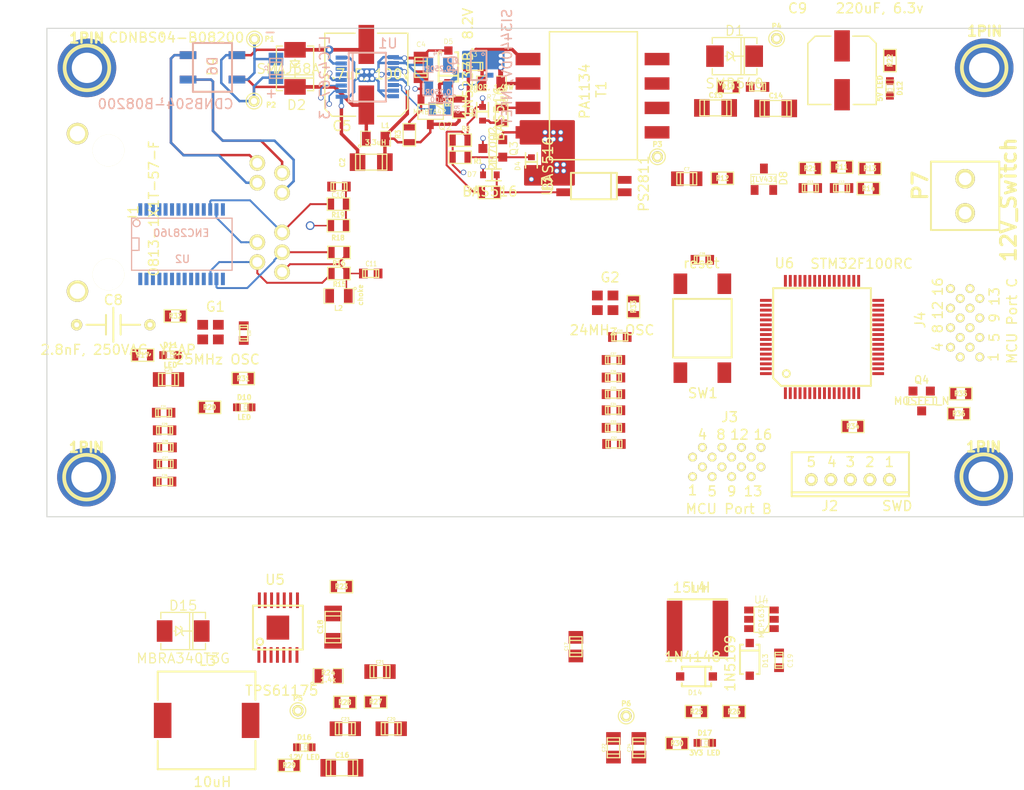
<source format=kicad_pcb>
(kicad_pcb (version 4) (host pcbnew "(2014-08-12 BZR 5067)-product")
  (layers (0 F.Cu signal) (1 In1.Cu mixed) (2 In2.Cu signal) (31 B.Cu signal) (34 B.Paste user) (35 F.Paste user) (36 B.SilkS user) (37 F.SilkS user) (38 B.Mask user) (39 F.Mask user) (44 Edge.Cuts user))
  (net 0 "")
  (net 1 "Net-(C1-Pad1)")
  (net 2 "Net-(C1-Pad2)")
  (net 3 "Net-(C2-Pad1)")
  (net 4 GNDA)
  (net 5 "Net-(C3-Pad2)")
  (net 6 /PVcc)
  (net 7 5VPoE)
  (net 8 "Net-(C6-Pad2)")
  (net 9 "Net-(C7-Pad1)")
  (net 10 "Net-(C7-Pad2)")
  (net 11 GND)
  (net 12 "Net-(C10-Pad1)")
  (net 13 "Net-(C11-Pad1)")
  (net 14 "Net-(C12-Pad1)")
  (net 15 "Net-(C13-Pad2)")
  (net 16 "Net-(C19-Pad1)")
  (net 17 "Net-(C19-Pad2)")
  (net 18 "Net-(C20-Pad1)")
  (net 19 "Net-(C21-Pad1)")
  (net 20 3V3)
  (net 21 12V)
  (net 22 "Net-(C25-Pad2)")
  (net 23 /nRST)
  (net 24 "Net-(C39-Pad1)")
  (net 25 "Net-(D1-Pad1)")
  (net 26 "Net-(D3-Pad1)")
  (net 27 "Net-(D4-Pad2)")
  (net 28 "Net-(D5-Pad2)")
  (net 29 /Ethernet-)
  (net 30 /Ethernet+)
  (net 31 "Net-(D7-Pad1)")
  (net 32 "Net-(D7-Pad2)")
  (net 33 "Net-(D8-Pad1)")
  (net 34 /EthernetSpare-)
  (net 35 /EthernetSpare+)
  (net 36 "Net-(D10-Pad1)")
  (net 37 "Net-(D10-Pad2)")
  (net 38 "Net-(D11-Pad1)")
  (net 39 "Net-(D11-Pad2)")
  (net 40 "Net-(D12-Pad1)")
  (net 41 "Net-(D15-Pad1)")
  (net 42 "Net-(D16-Pad1)")
  (net 43 "Net-(D17-Pad1)")
  (net 44 "Net-(G1-Pad1)")
  (net 45 "Net-(G1-Pad3)")
  (net 46 "Net-(G2-Pad1)")
  (net 47 "Net-(G2-Pad3)")
  (net 48 /TPOUT+)
  (net 49 /TPIN+)
  (net 50 /TPOUT-)
  (net 51 /TPIN-)
  (net 52 "Net-(J2-Pad4)")
  (net 53 "Net-(J2-Pad5)")
  (net 54 /PB0)
  (net 55 /PB1)
  (net 56 /PB4)
  (net 57 /PB5)
  (net 58 /PB8)
  (net 59 /PB9)
  (net 60 /PB12)
  (net 61 /PB13)
  (net 62 /PB2)
  (net 63 /PB7)
  (net 64 /PB6)
  (net 65 /PB3)
  (net 66 /PB11)
  (net 67 /PB10)
  (net 68 /PB14)
  (net 69 /PB15)
  (net 70 /PC0)
  (net 71 /PC1)
  (net 72 /PC4)
  (net 73 /PC5)
  (net 74 /PC8)
  (net 75 /PC9)
  (net 76 /PC12)
  (net 77 /PC13)
  (net 78 /PC2)
  (net 79 /PC7)
  (net 80 /PC6)
  (net 81 /PC3)
  (net 82 /PC11)
  (net 83 /PC10)
  (net 84 /PC14)
  (net 85 /PC15)
  (net 86 "Net-(P7-Pad2)")
  (net 87 "Net-(Q1-Pad1)")
  (net 88 "Net-(Q1-Pad3)")
  (net 89 "Net-(Q1-Pad4)")
  (net 90 "Net-(Q4-PadG)")
  (net 91 "Net-(R1-Pad1)")
  (net 92 "Net-(R5-Pad1)")
  (net 93 "Net-(R6-Pad2)")
  (net 94 "Net-(R23-Pad1)")
  (net 95 "Net-(R24-Pad2)")
  (net 96 "Net-(R25-Pad2)")
  (net 97 "Net-(R27-Pad2)")
  (net 98 "Net-(R31-Pad2)")
  (net 99 "Net-(R32-Pad2)")
  (net 100 "Net-(R33-Pad2)")
  (net 101 "Net-(R35-Pad2)")
  (net 102 "Net-(U1-Pad6)")
  (net 103 "Net-(U1-Pad5)")
  (net 104 "Net-(U2-Pad3)")
  (net 105 /EthernetINT)
  (net 106 /EthernetSO)
  (net 107 /EthernetSI)
  (net 108 /EthernetSCK)
  (net 109 /EthernetCS)
  (net 110 "Net-(U2-Pad10)")
  (net 111 "Net-(U2-Pad24)")
  (net 112 "Net-(U6-Pad1)")
  (net 113 "Net-(U6-Pad6)")
  (net 114 "Net-(U6-Pad14)")
  (net 115 /12VSwitch)
  (net 116 "Net-(U6-Pad16)")
  (net 117 "Net-(U6-Pad42)")
  (net 118 "Net-(U6-Pad41)")
  (net 119 "Net-(U6-Pad45)")
  (net 120 "Net-(U6-Pad43)")
  (net 121 "Net-(U6-Pad44)")
  (net 122 "Net-(U6-Pad54)")
  (net 123 "Net-(U6-Pad50)")
  (module Capacitors_SMD:c_0805 (layer B.Cu) (at 101.25 34.8 270)
    (fp_text reference C1 (at 0 0.9906 270) (layer B.SilkS) (effects (font (size 0.29972 0.29972) (thickness 0.06096)) (justify mirror)))
    (fp_text value "0.1uF, 100V, X7R" hide)
    (pad 1 smd rect (at 0.9525 0 270) (size 1.30048 1.4986) (layers B.Cu B.Paste B.Mask) (net 1 "Net-(C1-Pad1)"))
    (pad 2 smd rect (at -0.9525 0 270) (size 1.30048 1.4986) (layers B.Cu B.Paste B.Mask) (net 2 "Net-(C1-Pad2)"))
  )
  (module Capacitors_SMD:c_1206 (layer F.Cu) (at 111 44.4)
    (fp_text reference C2 (at -2.95 0.05 90) (layer F.SilkS) (effects (font (size 0.50038 0.50038) (thickness 0.11938))))
    (fp_text value "1uF, 100V" hide)
    (pad 1 smd rect (at 1.397 0) (size 1.6002 1.8034) (layers F.Cu F.Paste F.Mask) (net 3 "Net-(C2-Pad1)"))
    (pad 2 smd rect (at -1.397 0) (size 1.6002 1.8034) (layers F.Cu F.Paste F.Mask) (net 4 GNDA))
  )
  (module Capacitors_SMD:c_0603 (layer F.Cu) (at 121.6 34.6 180)
    (fp_text reference C3 (at 0.2 1.25 180) (layer F.SilkS) (effects (font (size 0.5 0.5) (thickness 0.06))))
    (fp_text value "68pF, 200V" hide)
    (pad 1 smd rect (at 0.75184 0 180) (size 0.89916 1.00076) (layers F.Cu F.Paste F.Mask) (net 3 "Net-(C2-Pad1)"))
    (pad 2 smd rect (at -0.75184 0 180) (size 0.89916 1.00076) (layers F.Cu F.Paste F.Mask) (net 5 "Net-(C3-Pad2)"))
  )
  (module Capacitors_SMD:c_0805 (layer F.Cu) (at 116.1 34.7 90)
    (fp_text reference C4 (at 2.35 0 180) (layer F.SilkS) (effects (font (size 0.5 0.5) (thickness 0.06096))))
    (fp_text value "4.7uF, 10V" hide)
    (pad 1 smd rect (at 0.9525 0 90) (size 1.30048 1.4986) (layers F.Cu F.Paste F.Mask) (net 4 GNDA))
    (pad 2 smd rect (at -0.9525 0 90) (size 1.30048 1.4986) (layers F.Cu F.Paste F.Mask) (net 6 /PVcc))
  )
  (module rfid:EEE-2AA4R7UP (layer F.Cu) (at 110.5 35.45 180)
    (fp_text reference C5 (at 2.5 -5.25 180) (layer F.SilkS))
    (fp_text value "4.7uF, 100v" (at 0.05 0.05 180) (layer F.SilkS))
    (pad 1 smd rect (at 0 -3.1 180) (size 1.6 4) (layers F.Cu F.Paste F.Mask) (net 1 "Net-(C1-Pad1)"))
    (pad 2 smd rect (at 0 3.1 180) (size 1.6 4) (layers F.Cu F.Paste F.Mask) (net 2 "Net-(C1-Pad2)"))
  )
  (module Capacitors_SMD:c_0603 (layer F.Cu) (at 150.55 36.7)
    (fp_text reference C6 (at 0 -0.635) (layer F.SilkS) (effects (font (size 0.20066 0.20066) (thickness 0.04064))))
    (fp_text value 470pF hide)
    (pad 1 smd rect (at 0.75184 0) (size 0.89916 1.00076) (layers F.Cu F.Paste F.Mask) (net 7 5VPoE))
    (pad 2 smd rect (at -0.75184 0) (size 0.89916 1.00076) (layers F.Cu F.Paste F.Mask) (net 8 "Net-(C6-Pad2)"))
  )
  (module Capacitors_SMD:c_0805 (layer F.Cu) (at 143.3 46.1)
    (fp_text reference C7 (at 0 -0.9906) (layer F.SilkS) (effects (font (size 0.29972 0.29972) (thickness 0.06096))))
    (fp_text value 27nF hide)
    (pad 1 smd rect (at 0.9525 0) (size 1.30048 1.4986) (layers F.Cu F.Paste F.Mask) (net 9 "Net-(C7-Pad1)"))
    (pad 2 smd rect (at -0.9525 0) (size 1.30048 1.4986) (layers F.Cu F.Paste F.Mask) (net 10 "Net-(C7-Pad2)"))
  )
  (module rfid:kemet_C900 (layer F.Cu) (at 84.6 61.05)
    (fp_text reference C8 (at 0 -2.54) (layer F.SilkS))
    (fp_text value "2.8nF, 250VAC, YCAP" (at 0.5 2.56) (layer F.SilkS))
    (pad 1 thru_hole circle (at -3.75 0) (size 1.15 1.15) (drill 0.5) (layers *.Cu *.Mask F.SilkS) (net 4 GNDA))
    (pad 2 thru_hole circle (at 3.75 0) (size 1.15 1.15) (drill 0.5) (layers *.Cu *.Mask F.SilkS) (net 11 GND))
  )
  (module rfid:EEE-FK0J221P (layer F.Cu) (at 159.2 35)
    (fp_text reference C9 (at -4.55 -6.35) (layer F.SilkS))
    (fp_text value "220uF, 6.3v" (at 3.85 -6.35) (layer F.SilkS))
    (pad 1 smd rect (at 0 -2.5) (size 1.6 3.2) (layers F.Cu F.Paste F.Mask) (net 7 5VPoE))
    (pad 2 smd rect (at 0 2.5) (size 1.6 3.2) (layers F.Cu F.Paste F.Mask) (net 11 GND))
  )
  (module Capacitors_SMD:c_0603 (layer F.Cu) (at 107.7 46.9)
    (fp_text reference C10 (at -0.1 0.85) (layer F.SilkS) (effects (font (size 0.5 0.458) (thickness 0.08))))
    (fp_text value 10nF hide)
    (pad 1 smd rect (at 0.75184 0) (size 0.89916 1.00076) (layers F.Cu F.Paste F.Mask) (net 12 "Net-(C10-Pad1)"))
    (pad 2 smd rect (at -0.75184 0) (size 0.89916 1.00076) (layers F.Cu F.Paste F.Mask) (net 11 GND))
  )
  (module Capacitors_SMD:c_0603 (layer F.Cu) (at 110.95 55.8 180)
    (fp_text reference C11 (at -0.05 1 180) (layer F.SilkS) (effects (font (size 0.5 0.4) (thickness 0.08))))
    (fp_text value 10nF hide)
    (pad 1 smd rect (at 0.75184 0 180) (size 0.89916 1.00076) (layers F.Cu F.Paste F.Mask) (net 13 "Net-(C11-Pad1)"))
    (pad 2 smd rect (at -0.75184 0 180) (size 0.89916 1.00076) (layers F.Cu F.Paste F.Mask) (net 11 GND))
  )
  (module Capacitors_SMD:c_0603 (layer F.Cu) (at 159.15 47.05)
    (fp_text reference C12 (at 0 -0.635) (layer F.SilkS) (effects (font (size 0.20066 0.20066) (thickness 0.04064))))
    (fp_text value 1uF hide)
    (pad 1 smd rect (at 0.75184 0) (size 0.89916 1.00076) (layers F.Cu F.Paste F.Mask) (net 14 "Net-(C12-Pad1)"))
    (pad 2 smd rect (at -0.75184 0) (size 0.89916 1.00076) (layers F.Cu F.Paste F.Mask) (net 11 GND))
  )
  (module Capacitors_SMD:c_0603 (layer F.Cu) (at 155.95 47.05)
    (fp_text reference C13 (at 0 -0.635) (layer F.SilkS) (effects (font (size 0.20066 0.20066) (thickness 0.04064))))
    (fp_text value 33nF hide)
    (pad 1 smd rect (at 0.75184 0) (size 0.89916 1.00076) (layers F.Cu F.Paste F.Mask) (net 14 "Net-(C12-Pad1)"))
    (pad 2 smd rect (at -0.75184 0) (size 0.89916 1.00076) (layers F.Cu F.Paste F.Mask) (net 15 "Net-(C13-Pad2)"))
  )
  (module Capacitors_SMD:c_1206 (layer F.Cu) (at 152.4 38.9)
    (fp_text reference C14 (at 0.0254 -1.2954) (layer F.SilkS) (effects (font (size 0.50038 0.50038) (thickness 0.11938))))
    (fp_text value "100uF, 6.3V, X5R" hide)
    (pad 1 smd rect (at 1.397 0) (size 1.6002 1.8034) (layers F.Cu F.Paste F.Mask) (net 7 5VPoE))
    (pad 2 smd rect (at -1.397 0) (size 1.6002 1.8034) (layers F.Cu F.Paste F.Mask) (net 11 GND))
  )
  (module Capacitors_SMD:c_1206 (layer F.Cu) (at 146.25 38.85)
    (fp_text reference C15 (at 0.0254 -1.2954) (layer F.SilkS) (effects (font (size 0.50038 0.50038) (thickness 0.11938))))
    (fp_text value "100uF, 6.3V, X5R" hide)
    (pad 1 smd rect (at 1.397 0) (size 1.6002 1.8034) (layers F.Cu F.Paste F.Mask) (net 7 5VPoE))
    (pad 2 smd rect (at -1.397 0) (size 1.6002 1.8034) (layers F.Cu F.Paste F.Mask) (net 11 GND))
  )
  (module Capacitors_SMD:c_1206 (layer F.Cu) (at 108 106.4)
    (fp_text reference C16 (at 0.0254 -1.2954) (layer F.SilkS) (effects (font (size 0.50038 0.50038) (thickness 0.11938))))
    (fp_text value 10uF hide)
    (pad 1 smd rect (at 1.397 0) (size 1.6002 1.8034) (layers F.Cu F.Paste F.Mask) (net 7 5VPoE))
    (pad 2 smd rect (at -1.397 0) (size 1.6002 1.8034) (layers F.Cu F.Paste F.Mask) (net 11 GND))
  )
  (module Capacitors_SMD:c_0805 (layer F.Cu) (at 131.95 94 90)
    (fp_text reference C17 (at 0 -0.9906 90) (layer F.SilkS) (effects (font (size 0.29972 0.29972) (thickness 0.06096))))
    (fp_text value 10uF hide)
    (pad 1 smd rect (at 0.9525 0 90) (size 1.30048 1.4986) (layers F.Cu F.Paste F.Mask) (net 7 5VPoE))
    (pad 2 smd rect (at -0.9525 0 90) (size 1.30048 1.4986) (layers F.Cu F.Paste F.Mask) (net 11 GND))
  )
  (module Capacitors_SMD:c_1206 (layer F.Cu) (at 107.1 92 90)
    (fp_text reference C18 (at 0.0254 -1.2954 90) (layer F.SilkS) (effects (font (size 0.50038 0.50038) (thickness 0.11938))))
    (fp_text value 10uF hide)
    (pad 1 smd rect (at 1.397 0 90) (size 1.6002 1.8034) (layers F.Cu F.Paste F.Mask) (net 7 5VPoE))
    (pad 2 smd rect (at -1.397 0 90) (size 1.6002 1.8034) (layers F.Cu F.Paste F.Mask) (net 11 GND))
  )
  (module Capacitors_SMD:c_0603 (layer F.Cu) (at 152.75 95.4 270)
    (fp_text reference C19 (at 0.05 -1.15 270) (layer F.SilkS) (effects (font (size 0.5 0.5) (thickness 0.06))))
    (fp_text value 100nF hide)
    (pad 1 smd rect (at 0.75184 0 270) (size 0.89916 1.00076) (layers F.Cu F.Paste F.Mask) (net 16 "Net-(C19-Pad1)"))
    (pad 2 smd rect (at -0.75184 0 270) (size 0.89916 1.00076) (layers F.Cu F.Paste F.Mask) (net 17 "Net-(C19-Pad2)"))
  )
  (module Capacitors_SMD:c_0805 (layer F.Cu) (at 113.05 102.4)
    (fp_text reference C20 (at 0 -0.9906) (layer F.SilkS) (effects (font (size 0.29972 0.29972) (thickness 0.06096))))
    (fp_text value 47nF hide)
    (pad 1 smd rect (at 0.9525 0) (size 1.30048 1.4986) (layers F.Cu F.Paste F.Mask) (net 18 "Net-(C20-Pad1)"))
    (pad 2 smd rect (at -0.9525 0) (size 1.30048 1.4986) (layers F.Cu F.Paste F.Mask) (net 11 GND))
  )
  (module Capacitors_SMD:c_0805 (layer F.Cu) (at 111.9 96.55)
    (fp_text reference C21 (at 0 -0.9906) (layer F.SilkS) (effects (font (size 0.29972 0.29972) (thickness 0.06096))))
    (fp_text value 180nF hide)
    (pad 1 smd rect (at 0.9525 0) (size 1.30048 1.4986) (layers F.Cu F.Paste F.Mask) (net 19 "Net-(C21-Pad1)"))
    (pad 2 smd rect (at -0.9525 0) (size 1.30048 1.4986) (layers F.Cu F.Paste F.Mask) (net 11 GND))
  )
  (module Capacitors_SMD:c_0805 (layer F.Cu) (at 135.8 104.35 90)
    (fp_text reference C22 (at 0 -0.9906 90) (layer F.SilkS) (effects (font (size 0.29972 0.29972) (thickness 0.06096))))
    (fp_text value 10uF hide)
    (pad 1 smd rect (at 0.9525 0 90) (size 1.30048 1.4986) (layers F.Cu F.Paste F.Mask) (net 20 3V3))
    (pad 2 smd rect (at -0.9525 0 90) (size 1.30048 1.4986) (layers F.Cu F.Paste F.Mask) (net 11 GND))
  )
  (module Capacitors_SMD:c_0805 (layer F.Cu) (at 108.35 102.4)
    (fp_text reference C23 (at 0 -0.9906) (layer F.SilkS) (effects (font (size 0.29972 0.29972) (thickness 0.06096))))
    (fp_text value 22uF hide)
    (pad 1 smd rect (at 0.9525 0) (size 1.30048 1.4986) (layers F.Cu F.Paste F.Mask) (net 21 12V))
    (pad 2 smd rect (at -0.9525 0) (size 1.30048 1.4986) (layers F.Cu F.Paste F.Mask) (net 11 GND))
  )
  (module Capacitors_SMD:c_0805 (layer F.Cu) (at 138.4 104.35 90)
    (fp_text reference C24 (at 0 -0.9906 90) (layer F.SilkS) (effects (font (size 0.29972 0.29972) (thickness 0.06096))))
    (fp_text value 10uF hide)
    (pad 1 smd rect (at 0.9525 0 90) (size 1.30048 1.4986) (layers F.Cu F.Paste F.Mask) (net 20 3V3))
    (pad 2 smd rect (at -0.9525 0 90) (size 1.30048 1.4986) (layers F.Cu F.Paste F.Mask) (net 11 GND))
  )
  (module Capacitors_SMD:c_0805 (layer F.Cu) (at 90.25 66.65)
    (fp_text reference C25 (at 0 -0.9906) (layer F.SilkS) (effects (font (size 0.29972 0.29972) (thickness 0.06096))))
    (fp_text value 10uF hide)
    (pad 1 smd rect (at 0.9525 0) (size 1.30048 1.4986) (layers F.Cu F.Paste F.Mask) (net 11 GND))
    (pad 2 smd rect (at -0.9525 0) (size 1.30048 1.4986) (layers F.Cu F.Paste F.Mask) (net 22 "Net-(C25-Pad2)"))
  )
  (module Capacitors_SMD:c_0603 (layer F.Cu) (at 89.85 77.1)
    (fp_text reference C26 (at 0 -0.635) (layer F.SilkS) (effects (font (size 0.20066 0.20066) (thickness 0.04064))))
    (fp_text value 100nF hide)
    (pad 1 smd rect (at 0.75184 0) (size 0.89916 1.00076) (layers F.Cu F.Paste F.Mask) (net 20 3V3))
    (pad 2 smd rect (at -0.75184 0) (size 0.89916 1.00076) (layers F.Cu F.Paste F.Mask) (net 11 GND))
  )
  (module Capacitors_SMD:c_0603 (layer F.Cu) (at 89.9 75.3)
    (fp_text reference C27 (at 0 -0.635) (layer F.SilkS) (effects (font (size 0.20066 0.20066) (thickness 0.04064))))
    (fp_text value 100nF hide)
    (pad 1 smd rect (at 0.75184 0) (size 0.89916 1.00076) (layers F.Cu F.Paste F.Mask) (net 20 3V3))
    (pad 2 smd rect (at -0.75184 0) (size 0.89916 1.00076) (layers F.Cu F.Paste F.Mask) (net 11 GND))
  )
  (module Capacitors_SMD:c_0603 (layer F.Cu) (at 89.9 73.6)
    (fp_text reference C28 (at 0 -0.635) (layer F.SilkS) (effects (font (size 0.20066 0.20066) (thickness 0.04064))))
    (fp_text value 100nF hide)
    (pad 1 smd rect (at 0.75184 0) (size 0.89916 1.00076) (layers F.Cu F.Paste F.Mask) (net 20 3V3))
    (pad 2 smd rect (at -0.75184 0) (size 0.89916 1.00076) (layers F.Cu F.Paste F.Mask) (net 11 GND))
  )
  (module Capacitors_SMD:c_0603 (layer F.Cu) (at 89.85 71.85)
    (fp_text reference C29 (at 0 -0.635) (layer F.SilkS) (effects (font (size 0.20066 0.20066) (thickness 0.04064))))
    (fp_text value 100nF hide)
    (pad 1 smd rect (at 0.75184 0) (size 0.89916 1.00076) (layers F.Cu F.Paste F.Mask) (net 20 3V3))
    (pad 2 smd rect (at -0.75184 0) (size 0.89916 1.00076) (layers F.Cu F.Paste F.Mask) (net 11 GND))
  )
  (module Capacitors_SMD:c_0603 (layer F.Cu) (at 97.95 61.9 270)
    (fp_text reference C30 (at 0 -0.635 270) (layer F.SilkS) (effects (font (size 0.20066 0.20066) (thickness 0.04064))))
    (fp_text value 100nF hide)
    (pad 1 smd rect (at 0.75184 0 270) (size 0.89916 1.00076) (layers F.Cu F.Paste F.Mask) (net 11 GND))
    (pad 2 smd rect (at -0.75184 0 270) (size 0.89916 1.00076) (layers F.Cu F.Paste F.Mask) (net 20 3V3))
  )
  (module Capacitors_SMD:c_0603 (layer F.Cu) (at 89.75 70.05)
    (fp_text reference C31 (at 0 -0.635) (layer F.SilkS) (effects (font (size 0.20066 0.20066) (thickness 0.04064))))
    (fp_text value 1uF hide)
    (pad 1 smd rect (at 0.75184 0) (size 0.89916 1.00076) (layers F.Cu F.Paste F.Mask) (net 20 3V3))
    (pad 2 smd rect (at -0.75184 0) (size 0.89916 1.00076) (layers F.Cu F.Paste F.Mask) (net 11 GND))
  )
  (module Capacitors_SMD:c_0603 (layer F.Cu) (at 135.85 73.25)
    (fp_text reference C32 (at 0 -0.635) (layer F.SilkS) (effects (font (size 0.20066 0.20066) (thickness 0.04064))))
    (fp_text value 100nF hide)
    (pad 1 smd rect (at 0.75184 0) (size 0.89916 1.00076) (layers F.Cu F.Paste F.Mask) (net 20 3V3))
    (pad 2 smd rect (at -0.75184 0) (size 0.89916 1.00076) (layers F.Cu F.Paste F.Mask) (net 11 GND))
  )
  (module Capacitors_SMD:c_0603 (layer F.Cu) (at 135.8 71.6)
    (fp_text reference C33 (at 0 -0.635) (layer F.SilkS) (effects (font (size 0.20066 0.20066) (thickness 0.04064))))
    (fp_text value 100nF hide)
    (pad 1 smd rect (at 0.75184 0) (size 0.89916 1.00076) (layers F.Cu F.Paste F.Mask) (net 20 3V3))
    (pad 2 smd rect (at -0.75184 0) (size 0.89916 1.00076) (layers F.Cu F.Paste F.Mask) (net 11 GND))
  )
  (module Capacitors_SMD:c_0603 (layer F.Cu) (at 135.8 69.8)
    (fp_text reference C34 (at 0 -0.635) (layer F.SilkS) (effects (font (size 0.20066 0.20066) (thickness 0.04064))))
    (fp_text value 100nF hide)
    (pad 1 smd rect (at 0.75184 0) (size 0.89916 1.00076) (layers F.Cu F.Paste F.Mask) (net 20 3V3))
    (pad 2 smd rect (at -0.75184 0) (size 0.89916 1.00076) (layers F.Cu F.Paste F.Mask) (net 11 GND))
  )
  (module Capacitors_SMD:c_0603 (layer F.Cu) (at 135.8 68.15)
    (fp_text reference C35 (at 0 -0.635) (layer F.SilkS) (effects (font (size 0.20066 0.20066) (thickness 0.04064))))
    (fp_text value 100nF hide)
    (pad 1 smd rect (at 0.75184 0) (size 0.89916 1.00076) (layers F.Cu F.Paste F.Mask) (net 20 3V3))
    (pad 2 smd rect (at -0.75184 0) (size 0.89916 1.00076) (layers F.Cu F.Paste F.Mask) (net 11 GND))
  )
  (module Capacitors_SMD:c_0603 (layer F.Cu) (at 135.8 66.45)
    (fp_text reference C36 (at 0 -0.635) (layer F.SilkS) (effects (font (size 0.20066 0.20066) (thickness 0.04064))))
    (fp_text value 100nF hide)
    (pad 1 smd rect (at 0.75184 0) (size 0.89916 1.00076) (layers F.Cu F.Paste F.Mask) (net 20 3V3))
    (pad 2 smd rect (at -0.75184 0) (size 0.89916 1.00076) (layers F.Cu F.Paste F.Mask) (net 11 GND))
  )
  (module Capacitors_SMD:c_0603 (layer F.Cu) (at 135.8 64.65)
    (fp_text reference C37 (at 0 -0.635) (layer F.SilkS) (effects (font (size 0.20066 0.20066) (thickness 0.04064))))
    (fp_text value 1uF hide)
    (pad 1 smd rect (at 0.75184 0) (size 0.89916 1.00076) (layers F.Cu F.Paste F.Mask) (net 20 3V3))
    (pad 2 smd rect (at -0.75184 0) (size 0.89916 1.00076) (layers F.Cu F.Paste F.Mask) (net 11 GND))
  )
  (module Capacitors_SMD:c_0603 (layer F.Cu) (at 144.9 54.4)
    (fp_text reference C38 (at 0 -0.635) (layer F.SilkS) (effects (font (size 0.20066 0.20066) (thickness 0.04064))))
    (fp_text value 100nF hide)
    (pad 1 smd rect (at 0.75184 0) (size 0.89916 1.00076) (layers F.Cu F.Paste F.Mask) (net 11 GND))
    (pad 2 smd rect (at -0.75184 0) (size 0.89916 1.00076) (layers F.Cu F.Paste F.Mask) (net 23 /nRST))
  )
  (module Capacitors_SMD:c_0603 (layer F.Cu) (at 136.45 62.3)
    (fp_text reference C39 (at 0 -0.635) (layer F.SilkS) (effects (font (size 0.20066 0.20066) (thickness 0.04064))))
    (fp_text value 100nF hide)
    (pad 1 smd rect (at 0.75184 0) (size 0.89916 1.00076) (layers F.Cu F.Paste F.Mask) (net 24 "Net-(C39-Pad1)"))
    (pad 2 smd rect (at -0.75184 0) (size 0.89916 1.00076) (layers F.Cu F.Paste F.Mask) (net 20 3V3))
  )
  (module SMD_Packages:DO-214-AA_SMB (layer F.Cu) (at 148.2 33.55)
    (fp_text reference D1 (at 0 -2.60096) (layer F.SilkS) (effects (font (size 1.00076 1.00076) (thickness 0.11938))))
    (fp_text value SMB540 (at 0 2.79908) (layer F.SilkS) (effects (font (size 1.00076 1.00076) (thickness 0.11938))))
    (pad 1 smd rect (at -2.0066 0) (size 1.80086 2.19964) (layers F.Cu F.Paste F.Mask) (net 25 "Net-(D1-Pad1)"))
    (pad 2 smd rect (at 2.0066 0) (size 1.80086 2.19964) (layers F.Cu F.Paste F.Mask) (net 7 5VPoE))
  )
  (module SMD_Packages:DO-214-AC_SMA (layer F.Cu) (at 103.2 34.8 270)
    (fp_text reference D2 (at 3.75 -0.15 360) (layer F.SilkS) (effects (font (size 1.00076 1.00076) (thickness 0.11938))))
    (fp_text value SMAJ58A (at 0.05 0.7 360) (layer F.SilkS) (effects (font (size 1.00076 1.00076) (thickness 0.11938))))
    (pad 1 smd rect (at -1.89992 0 270) (size 1.6002 2.19964) (layers F.Cu F.Paste F.Mask) (net 2 "Net-(C1-Pad2)"))
    (pad 2 smd rect (at 1.89992 0 270) (size 1.6002 2.19964) (layers F.Cu F.Paste F.Mask) (net 1 "Net-(C1-Pad1)"))
  )
  (module rfid:SOD-523 (layer F.Cu) (at 122.4 39.45 90)
    (fp_text reference D3 (at 0.15 -1.05 90) (layer F.SilkS) (effects (font (size 0.5 0.5) (thickness 0.08))))
    (fp_text value BAS516 (at 0 1.7 90) (layer F.SilkS))
    (pad 1 smd rect (at -0.7 0 90) (size 0.6 0.7) (layers F.Cu F.Paste F.Mask) (net 26 "Net-(D3-Pad1)"))
    (pad 2 smd rect (at 0.7 0 90) (size 0.6 0.7) (layers F.Cu F.Paste F.Mask) (net 6 /PVcc))
  )
  (module rfid:SOD-523 (layer F.Cu) (at 127.4 44.6 90)
    (fp_text reference D4 (at -0.2 -1.4 90) (layer F.SilkS) (effects (font (size 0.5 0.5) (thickness 0.08))))
    (fp_text value BAS516 (at 0 1.7 90) (layer F.SilkS))
    (pad 1 smd rect (at -0.7 0 90) (size 0.6 0.7) (layers F.Cu F.Paste F.Mask) (net 4 GNDA))
    (pad 2 smd rect (at 0.7 0 90) (size 0.6 0.7) (layers F.Cu F.Paste F.Mask) (net 27 "Net-(D4-Pad2)"))
  )
  (module rfid:SOD-123 (layer F.Cu) (at 118.9 34.65 90)
    (fp_text reference D5 (at 2.6 0 180) (layer F.SilkS) (effects (font (size 0.5 0.5) (thickness 0.06))))
    (fp_text value "1N5237B, 8.2V" (at 0.4 2 90) (layer F.SilkS))
    (pad 1 smd rect (at 1.675 0 90) (size 0.85 0.85) (layers F.Cu F.Paste F.Mask) (net 4 GNDA))
    (pad 2 smd rect (at -1.675 0 90) (size 0.85 0.85) (layers F.Cu F.Paste F.Mask) (net 28 "Net-(D5-Pad2)"))
  )
  (module rfid:CDNBS04 (layer B.Cu) (at 94.75 34.7 90)
    (fp_text reference D6 (at 0.15 0 90) (layer B.SilkS) (effects (justify mirror)))
    (fp_text value CDNBS04-B08200 (at -3.75 -4.8 180) (layer B.SilkS) (effects (justify mirror)))
    (fp_text user ~ (at -3.4 -5.2 90) (layer B.SilkS) (effects (justify mirror)))
    (fp_text user - (at 3.65 5.9 180) (layer B.SilkS) (effects (justify mirror)))
    (fp_text user + (at -2.7 5.95 90) (layer B.SilkS) (effects (justify mirror)))
    (pad 1 smd rect (at 1.25 2.5 90) (size 0.8 1.7) (layers B.Cu B.Paste B.Mask) (net 1 "Net-(C1-Pad1)"))
    (pad 2 smd rect (at 1.25 -2.5 90) (size 0.8 1.7) (layers B.Cu B.Paste B.Mask) (net 29 /Ethernet-))
    (pad 3 smd rect (at -1.25 -2.5 90) (size 0.8 1.7) (layers B.Cu B.Paste B.Mask) (net 30 /Ethernet+))
    (pad 4 smd rect (at -1.25 2.5 90) (size 0.8 1.7) (layers B.Cu B.Paste B.Mask) (net 2 "Net-(C1-Pad2)"))
  )
  (module rfid:SOD-523 (layer F.Cu) (at 123.15 45.7)
    (fp_text reference D7 (at -1.85 -0.05) (layer F.SilkS) (effects (font (size 0.5 0.5) (thickness 0.08))))
    (fp_text value BAS516 (at 0 1.7) (layer F.SilkS))
    (pad 1 smd rect (at -0.7 0) (size 0.6 0.7) (layers F.Cu F.Paste F.Mask) (net 31 "Net-(D7-Pad1)"))
    (pad 2 smd rect (at 0.7 0) (size 0.6 0.7) (layers F.Cu F.Paste F.Mask) (net 32 "Net-(D7-Pad2)"))
  )
  (module SMD_Packages:SOT-23 (layer F.Cu) (at 151.2 46.15)
    (fp_text reference D8 (at 1.99898 -0.09906 90) (layer F.SilkS) (effects (font (size 0.762 0.762) (thickness 0.11938))))
    (fp_text value TLV431 (at 0.0635 0) (layer F.SilkS) (effects (font (size 0.50038 0.50038) (thickness 0.09906))))
    (pad 3 smd rect (at 0 -1.09982) (size 0.8001 1.00076) (layers F.Cu F.Paste F.Mask) (net 11 GND))
    (pad 2 smd rect (at 0.9525 1.09982) (size 0.8001 1.00076) (layers F.Cu F.Paste F.Mask) (net 10 "Net-(C7-Pad2)"))
    (pad 1 smd rect (at -0.9525 1.09982) (size 0.8001 1.00076) (layers F.Cu F.Paste F.Mask) (net 33 "Net-(D8-Pad1)"))
  )
  (module rfid:CDNBS04 (layer F.Cu) (at 94.75 34.7 270)
    (fp_text reference D9 (at -0.1 0 270) (layer F.SilkS))
    (fp_text value CDNBS04-B08200 (at -3.05 3.7 360) (layer F.SilkS))
    (fp_text user ~ (at -3.4 5.2 270) (layer F.SilkS))
    (fp_text user - (at -3.65 -5.9 360) (layer F.SilkS))
    (fp_text user + (at 2.7 -5.95 270) (layer F.SilkS))
    (pad 1 smd rect (at 1.25 -2.5 270) (size 0.8 1.7) (layers F.Cu F.Paste F.Mask) (net 1 "Net-(C1-Pad1)"))
    (pad 2 smd rect (at 1.25 2.5 270) (size 0.8 1.7) (layers F.Cu F.Paste F.Mask) (net 34 /EthernetSpare-))
    (pad 3 smd rect (at -1.25 2.5 270) (size 0.8 1.7) (layers F.Cu F.Paste F.Mask) (net 35 /EthernetSpare+))
    (pad 4 smd rect (at -1.25 -2.5 270) (size 0.8 1.7) (layers F.Cu F.Paste F.Mask) (net 2 "Net-(C1-Pad2)"))
  )
  (module LEDs:LED-0603 (layer F.Cu) (at 98 69.5)
    (fp_text reference D10 (at 0 -1.016) (layer F.SilkS) (effects (font (size 0.508 0.508) (thickness 0.127))))
    (fp_text value LED (at 0 1.016) (layer F.SilkS) (effects (font (size 0.508 0.508) (thickness 0.127))))
    (pad 1 smd rect (at -0.7493 0) (size 0.79756 0.79756) (layers F.Cu F.Paste F.Mask) (net 36 "Net-(D10-Pad1)"))
    (pad 2 smd rect (at 0.7493 0) (size 0.79756 0.79756) (layers F.Cu F.Paste F.Mask) (net 37 "Net-(D10-Pad2)"))
  )
  (module LEDs:LED-0603 (layer F.Cu) (at 90.45 64.15)
    (fp_text reference D11 (at 0 -1.016) (layer F.SilkS) (effects (font (size 0.508 0.508) (thickness 0.127))))
    (fp_text value LED (at 0 1.016) (layer F.SilkS) (effects (font (size 0.508 0.508) (thickness 0.127))))
    (pad 1 smd rect (at -0.7493 0) (size 0.79756 0.79756) (layers F.Cu F.Paste F.Mask) (net 38 "Net-(D11-Pad1)"))
    (pad 2 smd rect (at 0.7493 0) (size 0.79756 0.79756) (layers F.Cu F.Paste F.Mask) (net 39 "Net-(D11-Pad2)"))
  )
  (module LEDs:LED-0603 (layer F.Cu) (at 164.1 36.85 270)
    (fp_text reference D12 (at 0 -1.016 270) (layer F.SilkS) (effects (font (size 0.508 0.508) (thickness 0.127))))
    (fp_text value "5V LED" (at 0 1.016 270) (layer F.SilkS) (effects (font (size 0.508 0.508) (thickness 0.127))))
    (pad 1 smd rect (at -0.7493 0 270) (size 0.79756 0.79756) (layers F.Cu F.Paste F.Mask) (net 40 "Net-(D12-Pad1)"))
    (pad 2 smd rect (at 0.7493 0 270) (size 0.79756 0.79756) (layers F.Cu F.Paste F.Mask) (net 11 GND))
  )
  (module rfid:SOD-123 (layer F.Cu) (at 149.75 95.3 270)
    (fp_text reference D13 (at 0.15 -1.6 270) (layer F.SilkS) (effects (font (size 0.5 0.5) (thickness 0.08))))
    (fp_text value 1N5189 (at 0.4 2 270) (layer F.SilkS))
    (pad 1 smd rect (at 1.675 0 270) (size 0.85 0.85) (layers F.Cu F.Paste F.Mask) (net 11 GND))
    (pad 2 smd rect (at -1.675 0 270) (size 0.85 0.85) (layers F.Cu F.Paste F.Mask) (net 17 "Net-(C19-Pad2)"))
  )
  (module rfid:SOD-123 (layer F.Cu) (at 144.3 97.05 180)
    (fp_text reference D14 (at 0.15 -1.65 180) (layer F.SilkS) (effects (font (size 0.5 0.5) (thickness 0.08))))
    (fp_text value 1N4148 (at 0.4 2 180) (layer F.SilkS))
    (pad 1 smd rect (at 1.675 0 180) (size 0.85 0.85) (layers F.Cu F.Paste F.Mask) (net 20 3V3))
    (pad 2 smd rect (at -1.675 0 180) (size 0.85 0.85) (layers F.Cu F.Paste F.Mask) (net 16 "Net-(C19-Pad1)"))
  )
  (module SMD_Packages:DO-214-AC_SMA (layer F.Cu) (at 91.75 92.4)
    (fp_text reference D15 (at 0 -2.60096) (layer F.SilkS) (effects (font (size 1.00076 1.00076) (thickness 0.11938))))
    (fp_text value MBRA340T3G (at 0 2.79908) (layer F.SilkS) (effects (font (size 1.00076 1.00076) (thickness 0.11938))))
    (pad 1 smd rect (at -1.89992 0) (size 1.6002 2.19964) (layers F.Cu F.Paste F.Mask) (net 41 "Net-(D15-Pad1)"))
    (pad 2 smd rect (at 1.89992 0) (size 1.6002 2.19964) (layers F.Cu F.Paste F.Mask) (net 21 12V))
  )
  (module LEDs:LED-0603 (layer F.Cu) (at 104.15 104.3)
    (fp_text reference D16 (at 0 -1.016) (layer F.SilkS) (effects (font (size 0.508 0.508) (thickness 0.127))))
    (fp_text value "12V LED" (at 0 1.016) (layer F.SilkS) (effects (font (size 0.508 0.508) (thickness 0.127))))
    (pad 1 smd rect (at -0.7493 0) (size 0.79756 0.79756) (layers F.Cu F.Paste F.Mask) (net 42 "Net-(D16-Pad1)"))
    (pad 2 smd rect (at 0.7493 0) (size 0.79756 0.79756) (layers F.Cu F.Paste F.Mask) (net 11 GND))
  )
  (module LEDs:LED-0603 (layer F.Cu) (at 145.15 103.85)
    (fp_text reference D17 (at 0 -1.016) (layer F.SilkS) (effects (font (size 0.508 0.508) (thickness 0.127))))
    (fp_text value "3V3 LED" (at 0 1.016) (layer F.SilkS) (effects (font (size 0.508 0.508) (thickness 0.127))))
    (pad 1 smd rect (at -0.7493 0) (size 0.79756 0.79756) (layers F.Cu F.Paste F.Mask) (net 43 "Net-(D17-Pad1)"))
    (pad 2 smd rect (at 0.7493 0) (size 0.79756 0.79756) (layers F.Cu F.Paste F.Mask) (net 11 GND))
  )
  (module rfid:Si501_2.5x2 (layer F.Cu) (at 94.55 61.8)
    (fp_text reference G1 (at 0.5 -2.6) (layer F.SilkS))
    (fp_text value "25MHz OSC" (at 0.7 2.8) (layer F.SilkS))
    (pad 1 smd rect (at -0.8 0.75) (size 1.1 1) (layers F.Cu F.Paste F.Mask) (net 44 "Net-(G1-Pad1)"))
    (pad 2 smd rect (at 0.8 0.75) (size 1.1 1) (layers F.Cu F.Paste F.Mask) (net 11 GND))
    (pad 3 smd rect (at 0.8 -0.75) (size 1.1 1) (layers F.Cu F.Paste F.Mask) (net 45 "Net-(G1-Pad3)"))
    (pad 4 smd rect (at -0.8 -0.75) (size 1.1 1) (layers F.Cu F.Paste F.Mask) (net 20 3V3))
  )
  (module rfid:Si501_2.5x2 (layer F.Cu) (at 134.95 58.8)
    (fp_text reference G2 (at 0.5 -2.6) (layer F.SilkS))
    (fp_text value "24MHz OSC" (at 0.7 2.8) (layer F.SilkS))
    (pad 1 smd rect (at -0.8 0.75) (size 1.1 1) (layers F.Cu F.Paste F.Mask) (net 46 "Net-(G2-Pad1)"))
    (pad 2 smd rect (at 0.8 0.75) (size 1.1 1) (layers F.Cu F.Paste F.Mask) (net 24 "Net-(C39-Pad1)"))
    (pad 3 smd rect (at 0.8 -0.75) (size 1.1 1) (layers F.Cu F.Paste F.Mask) (net 47 "Net-(G2-Pad3)"))
    (pad 4 smd rect (at -0.8 -0.75) (size 1.1 1) (layers F.Cu F.Paste F.Mask) (net 20 3V3))
  )
  (module rfid:0813-1X1T-57-F (layer F.Cu) (at 84.1 55.9 90)
    (fp_text reference J1 (at 6.25 2.55 90) (layer F.SilkS))
    (fp_text value 0813-1X1T-57-F (at 6.75 4.65 90) (layer F.SilkS))
    (pad 1 thru_hole circle (at 1.27 15.24 90) (size 1.6 1.6) (drill 1) (layers *.Cu *.Mask F.SilkS) (net 48 /TPOUT+))
    (pad 2 thru_hole circle (at 3.3 15.24 90) (size 1.6 1.6) (drill 1) (layers *.Cu *.Mask F.SilkS) (net 49 /TPIN+))
    (pad 5 thru_hole circle (at 9.39 15.24 90) (size 1.6 1.6) (drill 1) (layers *.Cu *.Mask F.SilkS) (net 29 /Ethernet-))
    (pad 6 thru_hole circle (at 11.42 15.24 90) (size 1.6 1.6) (drill 1) (layers *.Cu *.Mask F.SilkS) (net 35 /EthernetSpare+))
    (pad 7 thru_hole circle (at 0.25 17.78 90) (size 1.6 1.6) (drill 1) (layers *.Cu *.Mask F.SilkS) (net 13 "Net-(C11-Pad1)"))
    (pad 8 thru_hole circle (at 2.28 17.78 90) (size 1.6 1.6) (drill 1) (layers *.Cu *.Mask F.SilkS) (net 50 /TPOUT-))
    (pad 9 thru_hole circle (at 4.31 17.78 90) (size 1.6 1.6) (drill 1) (layers *.Cu *.Mask F.SilkS) (net 51 /TPIN-))
    (pad 10 thru_hole circle (at 8.37 17.78 90) (size 1.6 1.6) (drill 1) (layers *.Cu *.Mask F.SilkS) (net 30 /Ethernet+))
    (pad 11 thru_hole circle (at 10.4 17.78 90) (size 1.6 1.6) (drill 1) (layers *.Cu *.Mask F.SilkS) (net 34 /EthernetSpare-))
    (pad "" np_thru_hole circle (at 0 0 90) (size 3.25 3.25) (drill 3.25) (layers *.Cu *.Mask F.SilkS))
    (pad "" np_thru_hole circle (at 12.7 0 90) (size 3.25 3.25) (drill 3.25) (layers *.Cu *.Mask F.SilkS))
    (pad 12 thru_hole circle (at -1.71 -3.17 90) (size 2.2 2.2) (drill 1.57) (layers *.Cu *.Mask F.SilkS) (net 4 GNDA))
    (pad 12 thru_hole circle (at 14.42 -3.17 90) (size 2.2 2.2) (drill 1.57) (layers *.Cu *.Mask F.SilkS) (net 4 GNDA))
  )
  (module rfid:JST_PH_5pin (layer F.Cu) (at 160.05 76.9 180)
    (fp_text reference J2 (at 2.1 -2.7 180) (layer F.SilkS))
    (fp_text value SWD (at -4.8 -2.7 180) (layer F.SilkS))
    (fp_text user 5 (at 4 1.8 180) (layer F.SilkS))
    (fp_text user 4 (at 1.9 1.8 180) (layer F.SilkS))
    (fp_text user 3 (at 0 1.8 180) (layer F.SilkS))
    (fp_text user 2 (at -2 1.8 180) (layer F.SilkS))
    (fp_text user 1 (at -4 1.8 180) (layer F.SilkS))
    (pad 3 thru_hole circle (at 0 0 180) (size 1.3 1.3) (drill 0.7) (layers *.Cu *.Mask F.SilkS) (net 23 /nRST))
    (pad 2 thru_hole circle (at -2 0 180) (size 1.3 1.3) (drill 0.7) (layers *.Cu *.Mask F.SilkS) (net 11 GND))
    (pad 1 thru_hole circle (at -4 0 180) (size 1.3 1.3) (drill 0.7) (layers *.Cu *.Mask F.SilkS) (net 20 3V3))
    (pad 4 thru_hole circle (at 2 0 180) (size 1.3 1.3) (drill 0.7) (layers *.Cu *.Mask F.SilkS) (net 52 "Net-(J2-Pad4)"))
    (pad 5 thru_hole circle (at 4 0 180) (size 1.3 1.3) (drill 0.7) (layers *.Cu *.Mask F.SilkS) (net 53 "Net-(J2-Pad5)"))
  )
  (module rfid:16_pin_breakout (layer F.Cu) (at 148.9 75.6)
    (fp_text reference J3 (at -1.2 -5.1) (layer F.SilkS))
    (fp_text value "MCU Port B" (at -1.3 4.3) (layer F.SilkS))
    (fp_text user 16 (at 2.2 -3.3) (layer F.SilkS))
    (fp_text user 12 (at -0.2 -3.3) (layer F.SilkS))
    (fp_text user 8 (at -2.1 -3.3) (layer F.SilkS))
    (fp_text user 4 (at -4 -3.3) (layer F.SilkS))
    (fp_text user 13 (at 1.2 2.5) (layer F.SilkS))
    (fp_text user 9 (at -1 2.5) (layer F.SilkS))
    (fp_text user 5 (at -3 2.5) (layer F.SilkS))
    (fp_text user 1 (at -5 2.4) (layer F.SilkS))
    (pad 1 thru_hole circle (at -5 1) (size 0.9 0.9) (drill 0.5) (layers *.Cu *.Mask F.SilkS) (net 54 /PB0))
    (pad 2 thru_hole circle (at -4 0) (size 0.9 0.9) (drill 0.5) (layers *.Cu *.Mask F.SilkS) (net 55 /PB1))
    (pad 5 thru_hole circle (at -3 1) (size 0.9 0.9) (drill 0.5) (layers *.Cu *.Mask F.SilkS) (net 56 /PB4))
    (pad 6 thru_hole circle (at -2 0) (size 0.9 0.9) (drill 0.5) (layers *.Cu *.Mask F.SilkS) (net 57 /PB5))
    (pad 9 thru_hole circle (at -1 1) (size 0.9 0.9) (drill 0.5) (layers *.Cu *.Mask F.SilkS) (net 58 /PB8))
    (pad 10 thru_hole circle (at 0 0) (size 0.9 0.9) (drill 0.5) (layers *.Cu *.Mask F.SilkS) (net 59 /PB9))
    (pad 13 thru_hole circle (at 1 1) (size 0.9 0.9) (drill 0.5) (layers *.Cu *.Mask F.SilkS) (net 60 /PB12))
    (pad 14 thru_hole circle (at 2 0) (size 0.9 0.9) (drill 0.5) (layers *.Cu *.Mask F.SilkS) (net 61 /PB13))
    (pad 3 thru_hole circle (at -5 -1) (size 0.9 0.9) (drill 0.5) (layers *.Cu *.Mask F.SilkS) (net 62 /PB2))
    (pad 8 thru_hole circle (at -2 -2) (size 0.9 0.9) (drill 0.5) (layers *.Cu *.Mask F.SilkS) (net 63 /PB7))
    (pad 7 thru_hole circle (at -3 -1) (size 0.9 0.9) (drill 0.5) (layers *.Cu *.Mask F.SilkS) (net 64 /PB6))
    (pad 4 thru_hole circle (at -4 -2) (size 0.9 0.9) (drill 0.5) (layers *.Cu *.Mask F.SilkS) (net 65 /PB3))
    (pad 12 thru_hole circle (at 0 -2) (size 0.9 0.9) (drill 0.5) (layers *.Cu *.Mask F.SilkS) (net 66 /PB11))
    (pad 11 thru_hole circle (at -1 -1) (size 0.9 0.9) (drill 0.5) (layers *.Cu *.Mask F.SilkS) (net 67 /PB10))
    (pad 15 thru_hole circle (at 1 -1) (size 0.9 0.9) (drill 0.5) (layers *.Cu *.Mask F.SilkS) (net 68 /PB14))
    (pad 16 thru_hole circle (at 2 -2) (size 0.9 0.9) (drill 0.5) (layers *.Cu *.Mask F.SilkS) (net 69 /PB15))
  )
  (module rfid:16_pin_breakout (layer F.Cu) (at 172.3 59.35 90)
    (fp_text reference J4 (at -1.2 -5.1 90) (layer F.SilkS))
    (fp_text value "MCU Port C" (at -1.3 4.3 90) (layer F.SilkS))
    (fp_text user 16 (at 2.2 -3.3 90) (layer F.SilkS))
    (fp_text user 12 (at -0.2 -3.3 90) (layer F.SilkS))
    (fp_text user 8 (at -2.1 -3.3 90) (layer F.SilkS))
    (fp_text user 4 (at -4 -3.3 90) (layer F.SilkS))
    (fp_text user 13 (at 1.2 2.5 90) (layer F.SilkS))
    (fp_text user 9 (at -1 2.5 90) (layer F.SilkS))
    (fp_text user 5 (at -3 2.5 90) (layer F.SilkS))
    (fp_text user 1 (at -5 2.4 90) (layer F.SilkS))
    (pad 1 thru_hole circle (at -5 1 90) (size 0.9 0.9) (drill 0.5) (layers *.Cu *.Mask F.SilkS) (net 70 /PC0))
    (pad 2 thru_hole circle (at -4 0 90) (size 0.9 0.9) (drill 0.5) (layers *.Cu *.Mask F.SilkS) (net 71 /PC1))
    (pad 5 thru_hole circle (at -3 1 90) (size 0.9 0.9) (drill 0.5) (layers *.Cu *.Mask F.SilkS) (net 72 /PC4))
    (pad 6 thru_hole circle (at -2 0 90) (size 0.9 0.9) (drill 0.5) (layers *.Cu *.Mask F.SilkS) (net 73 /PC5))
    (pad 9 thru_hole circle (at -1 1 90) (size 0.9 0.9) (drill 0.5) (layers *.Cu *.Mask F.SilkS) (net 74 /PC8))
    (pad 10 thru_hole circle (at 0 0 90) (size 0.9 0.9) (drill 0.5) (layers *.Cu *.Mask F.SilkS) (net 75 /PC9))
    (pad 13 thru_hole circle (at 1 1 90) (size 0.9 0.9) (drill 0.5) (layers *.Cu *.Mask F.SilkS) (net 76 /PC12))
    (pad 14 thru_hole circle (at 2 0 90) (size 0.9 0.9) (drill 0.5) (layers *.Cu *.Mask F.SilkS) (net 77 /PC13))
    (pad 3 thru_hole circle (at -5 -1 90) (size 0.9 0.9) (drill 0.5) (layers *.Cu *.Mask F.SilkS) (net 78 /PC2))
    (pad 8 thru_hole circle (at -2 -2 90) (size 0.9 0.9) (drill 0.5) (layers *.Cu *.Mask F.SilkS) (net 79 /PC7))
    (pad 7 thru_hole circle (at -3 -1 90) (size 0.9 0.9) (drill 0.5) (layers *.Cu *.Mask F.SilkS) (net 80 /PC6))
    (pad 4 thru_hole circle (at -4 -2 90) (size 0.9 0.9) (drill 0.5) (layers *.Cu *.Mask F.SilkS) (net 81 /PC3))
    (pad 12 thru_hole circle (at 0 -2 90) (size 0.9 0.9) (drill 0.5) (layers *.Cu *.Mask F.SilkS) (net 82 /PC11))
    (pad 11 thru_hole circle (at -1 -1 90) (size 0.9 0.9) (drill 0.5) (layers *.Cu *.Mask F.SilkS) (net 83 /PC10))
    (pad 15 thru_hole circle (at 1 -1 90) (size 0.9 0.9) (drill 0.5) (layers *.Cu *.Mask F.SilkS) (net 84 /PC14))
    (pad 16 thru_hole circle (at 2 -2 90) (size 0.9 0.9) (drill 0.5) (layers *.Cu *.Mask F.SilkS) (net 85 /PC15))
  )
  (module SMD_Packages:SMD-0805 (layer F.Cu) (at 111.45 42)
    (fp_text reference L1 (at 1 -1.35) (layer F.SilkS) (effects (font (size 0.50038 0.50038) (thickness 0.10922))))
    (fp_text value 3.3uH (at 0 0.381) (layer F.SilkS) (effects (font (size 0.50038 0.50038) (thickness 0.10922))))
    (pad 1 smd rect (at -0.9525 0) (size 0.889 1.397) (layers F.Cu F.Paste F.Mask) (net 1 "Net-(C1-Pad1)"))
    (pad 2 smd rect (at 0.9525 0) (size 0.889 1.397) (layers F.Cu F.Paste F.Mask) (net 3 "Net-(C2-Pad1)"))
  )
  (module SMD_Packages:SMD-0805 (layer F.Cu) (at 107.7 58.1 180)
    (fp_text reference L2 (at 0.05 -1.25 180) (layer F.SilkS) (effects (font (size 0.50038 0.50038) (thickness 0.10922))))
    (fp_text value choke (at -2.2 0.1 270) (layer F.SilkS) (effects (font (size 0.50038 0.50038) (thickness 0.10922))))
    (pad 1 smd rect (at -0.9525 0 180) (size 0.889 1.397) (layers F.Cu F.Paste F.Mask) (net 13 "Net-(C11-Pad1)"))
    (pad 2 smd rect (at 0.9525 0 180) (size 0.889 1.397) (layers F.Cu F.Paste F.Mask) (net 20 3V3))
  )
  (module rfid:SRU1048 (layer F.Cu) (at 94.15 101.55)
    (fp_text reference L3 (at 0.1 -6.1) (layer F.SilkS))
    (fp_text value 10uH (at 0.6 6.3) (layer F.SilkS))
    (pad 1 smd rect (at -4.5 0) (size 1.8 3.6) (layers F.Cu F.Paste F.Mask) (net 7 5VPoE))
    (pad 2 smd rect (at 4.5 0) (size 1.8 3.6) (layers F.Cu F.Paste F.Mask) (net 41 "Net-(D15-Pad1)"))
  )
  (module rfid:NR6028 (layer F.Cu) (at 144.4 92.15 180)
    (fp_text reference L4 (at -0.1 4.2 180) (layer F.SilkS))
    (fp_text value 15uH (at 0.6 4.2 180) (layer F.SilkS))
    (pad 1 smd rect (at -2.35 0 180) (size 1.6 5.7) (layers F.Cu F.Paste F.Mask) (net 17 "Net-(C19-Pad2)"))
    (pad 2 smd rect (at 2.35 0 180) (size 1.6 5.7) (layers F.Cu F.Paste F.Mask) (net 20 3V3))
  )
  (module Connect:PINTST (layer F.Cu) (at 99.05 31.8)
    (fp_text reference P1 (at 1.55 0) (layer F.SilkS) (effects (font (size 0.508 0.508) (thickness 0.127))))
    (fp_text value PoE- hide)
    (pad 1 thru_hole circle (at 0 0) (size 1.143 1.143) (drill 0.635) (layers *.Cu *.Mask F.SilkS) (net 2 "Net-(C1-Pad2)"))
  )
  (module Connect:PINTST (layer F.Cu) (at 99 38.15)
    (fp_text reference P2 (at 1.75 0.4) (layer F.SilkS) (effects (font (size 0.508 0.508) (thickness 0.127))))
    (fp_text value PoE+ hide)
    (pad 1 thru_hole circle (at 0 0) (size 1.143 1.143) (drill 0.635) (layers *.Cu *.Mask F.SilkS) (net 1 "Net-(C1-Pad1)"))
  )
  (module Connect:PINTST (layer F.Cu) (at 140.3 43.85)
    (fp_text reference P3 (at 0 -1.26746) (layer F.SilkS) (effects (font (size 0.508 0.508) (thickness 0.127))))
    (fp_text value GND hide)
    (pad 1 thru_hole circle (at 0 0) (size 1.143 1.143) (drill 0.635) (layers *.Cu *.Mask F.SilkS) (net 11 GND))
  )
  (module Connect:PINTST (layer F.Cu) (at 152.5 31.75)
    (fp_text reference P4 (at 0 -1.26746) (layer F.SilkS) (effects (font (size 0.508 0.508) (thickness 0.127))))
    (fp_text value +5V hide)
    (pad 1 thru_hole circle (at 0 0) (size 1.143 1.143) (drill 0.635) (layers *.Cu *.Mask F.SilkS) (net 7 5VPoE))
  )
  (module Connect:PINTST (layer F.Cu) (at 103.5 100.55)
    (fp_text reference P5 (at 0 -1.26746) (layer F.SilkS) (effects (font (size 0.508 0.508) (thickness 0.127))))
    (fp_text value +12V hide)
    (pad 1 thru_hole circle (at 0 0) (size 1.143 1.143) (drill 0.635) (layers *.Cu *.Mask F.SilkS) (net 21 12V))
  )
  (module Connect:PINTST (layer F.Cu) (at 137.1 101.1)
    (fp_text reference P6 (at 0 -1.26746) (layer F.SilkS) (effects (font (size 0.508 0.508) (thickness 0.127))))
    (fp_text value +3V3 hide)
    (pad 1 thru_hole circle (at 0 0) (size 1.143 1.143) (drill 0.635) (layers *.Cu *.Mask F.SilkS) (net 20 3V3))
  )
  (module rfid:SIL2-3.5mm (layer F.Cu) (at 171.8 47.85 90)
    (fp_text reference P7 (at 1.05 -4.6 90) (layer F.SilkS) (effects (font (thickness 0.3048))))
    (fp_text value 12V_Switch (at -0.4 4.45 90) (layer F.SilkS) (effects (font (thickness 0.3048))))
    (pad 1 thru_hole circle (at -1.75006 0 90) (size 1.99898 1.99898) (drill 1.30048) (layers *.Cu *.Mask F.SilkS) (net 21 12V))
    (pad 2 thru_hole circle (at 1.75006 0 90) (size 1.99898 1.99898) (drill 1.30048) (layers *.Cu *.Mask F.SilkS) (net 86 "Net-(P7-Pad2)"))
  )
  (module rfid:TSOP-6 (layer B.Cu) (at 122 34.5 270)
    (fp_text reference Q1 (at -0.05 2.6 270) (layer B.SilkS) (effects (justify mirror)))
    (fp_text value "SI3440DV, NFET" (at 0.15 -2.9 270) (layer B.SilkS) (effects (justify mirror)))
    (pad 2 smd rect (at 0 -1.163 270) (size 0.5 0.7) (layers B.Cu B.Paste B.Mask) (net 87 "Net-(Q1-Pad1)"))
    (pad 3 smd rect (at 1 -1.163 270) (size 0.5 0.7) (layers B.Cu B.Paste B.Mask) (net 88 "Net-(Q1-Pad3)"))
    (pad 1 smd rect (at -1 -1.163 270) (size 0.5 0.7) (layers B.Cu B.Paste B.Mask) (net 87 "Net-(Q1-Pad1)"))
    (pad 4 smd rect (at 1 1.163 270) (size 0.5 0.7) (layers B.Cu B.Paste B.Mask) (net 89 "Net-(Q1-Pad4)"))
    (pad 6 smd rect (at -1 1.163 270) (size 0.5 0.7) (layers B.Cu B.Paste B.Mask) (net 87 "Net-(Q1-Pad1)"))
    (pad 5 smd rect (at 0 1.163 270) (size 0.5 0.7) (layers B.Cu B.Paste B.Mask) (net 87 "Net-(Q1-Pad1)"))
  )
  (module SMD_Packages:SOT-23_Inv2 (layer F.Cu) (at 117.05 39.25 180)
    (fp_text reference Q2 (at -1.55 -1.45 360) (layer F.SilkS) (effects (font (size 0.762 0.762) (thickness 0.0762))))
    (fp_text value MMBTA42 (at 0.0635 0 180) (layer F.SilkS) (effects (font (size 0.50038 0.50038) (thickness 0.0762))))
    (pad 3 smd rect (at 0 -1.27 180) (size 0.70104 1.00076) (layers F.Cu F.Paste F.Mask) (net 3 "Net-(C2-Pad1)"))
    (pad 1 smd rect (at 0.9525 1.27 180) (size 0.70104 1.00076) (layers F.Cu F.Paste F.Mask) (net 6 /PVcc))
    (pad 2 smd rect (at -0.9525 1.27 180) (size 0.70104 1.00076) (layers F.Cu F.Paste F.Mask) (net 28 "Net-(D5-Pad2)"))
  )
  (module SMD_Packages:SOT-23-GDS (layer F.Cu) (at 123.45 43 270)
    (fp_text reference Q3 (at 0 -2.159 270) (layer F.SilkS) (effects (font (size 0.762 0.762) (thickness 0.1))))
    (fp_text value 2N7002 (at 0 0 270) (layer F.SilkS) (effects (font (size 0.762 0.762) (thickness 0.12954))))
    (pad S smd rect (at -0.889 -1.016 270) (size 0.9144 0.9144) (layers F.Cu F.Paste F.Mask) (net 4 GNDA))
    (pad G smd rect (at 0.889 -1.016 270) (size 0.9144 0.9144) (layers F.Cu F.Paste F.Mask) (net 27 "Net-(D4-Pad2)"))
    (pad D smd rect (at 0 1.016 270) (size 0.9144 0.9144) (layers F.Cu F.Paste F.Mask) (net 31 "Net-(D7-Pad1)"))
  )
  (module SMD_Packages:SOT-23-GDS (layer F.Cu) (at 167.35 68.85)
    (fp_text reference Q4 (at 0 -2.159) (layer F.SilkS) (effects (font (size 0.762 0.762) (thickness 0.12954))))
    (fp_text value MOSFET_N (at 0 0) (layer F.SilkS) (effects (font (size 0.762 0.762) (thickness 0.12954))))
    (pad S smd rect (at -0.889 -1.016) (size 0.9144 0.9144) (layers F.Cu F.Paste F.Mask) (net 11 GND))
    (pad G smd rect (at 0.889 -1.016) (size 0.9144 0.9144) (layers F.Cu F.Paste F.Mask) (net 90 "Net-(Q4-PadG)"))
    (pad D smd rect (at 0 1.016) (size 0.9144 0.9144) (layers F.Cu F.Paste F.Mask) (net 86 "Net-(P7-Pad2)"))
  )
  (module SMD_Packages:SMD-0603 (layer F.Cu) (at 120.1 43.9)
    (fp_text reference R1 (at 1.85 0.4) (layer F.SilkS) (effects (font (size 0.508 0.4572) (thickness 0.1143))))
    (fp_text value 10k hide)
    (pad 1 smd rect (at -0.762 0) (size 0.635 1.143) (layers F.Cu F.Paste F.Mask) (net 91 "Net-(R1-Pad1)"))
    (pad 2 smd rect (at 0.762 0) (size 0.635 1.143) (layers F.Cu F.Paste F.Mask) (net 27 "Net-(D4-Pad2)"))
  )
  (module SMD_Packages:SMD-0603 (layer F.Cu) (at 120 38.75 90)
    (fp_text reference R2 (at 0.45 -1.1 270) (layer F.SilkS) (effects (font (size 0.508 0.4572) (thickness 0.1143))))
    (fp_text value 220K hide)
    (pad 1 smd rect (at -0.762 0 90) (size 0.635 1.143) (layers F.Cu F.Paste F.Mask) (net 3 "Net-(C2-Pad1)"))
    (pad 2 smd rect (at 0.762 0 90) (size 0.635 1.143) (layers F.Cu F.Paste F.Mask) (net 28 "Net-(D5-Pad2)"))
  )
  (module SMD_Packages:SMD-0603 (layer F.Cu) (at 114.9 41.6 90)
    (fp_text reference R3 (at 0.05 -1.15 90) (layer F.SilkS) (effects (font (size 0.508 0.4572) (thickness 0.1143))))
    (fp_text value 220K hide)
    (pad 1 smd rect (at -0.762 0 90) (size 0.635 1.143) (layers F.Cu F.Paste F.Mask) (net 3 "Net-(C2-Pad1)"))
    (pad 2 smd rect (at 0.762 0 90) (size 0.635 1.143) (layers F.Cu F.Paste F.Mask) (net 6 /PVcc))
  )
  (module SMD_Packages:SMD-0805 (layer B.Cu) (at 117.85 34.45 180)
    (fp_text reference R4 (at 0.05 1.2 180) (layer B.SilkS) (effects (font (size 0.50038 0.50038) (thickness 0.08)) (justify mirror)))
    (fp_text value 0.250R (at 0 -0.381 180) (layer B.SilkS) (effects (font (size 0.50038 0.50038) (thickness 0.10922)) (justify mirror)))
    (pad 1 smd rect (at -0.9525 0 180) (size 0.889 1.397) (layers B.Cu B.Paste B.Mask) (net 89 "Net-(Q1-Pad4)"))
    (pad 2 smd rect (at 0.9525 0 180) (size 0.889 1.397) (layers B.Cu B.Paste B.Mask) (net 4 GNDA))
  )
  (module SMD_Packages:SMD-0603 (layer B.Cu) (at 118.05 38.95)
    (fp_text reference R5 (at 1.75 0.05 90) (layer B.SilkS) (effects (font (size 0.508 0.4572) (thickness 0.08)) (justify mirror)))
    (fp_text value 4.7K hide)
    (pad 1 smd rect (at -0.762 0) (size 0.635 1.143) (layers B.Cu B.Paste B.Mask) (net 92 "Net-(R5-Pad1)"))
    (pad 2 smd rect (at 0.762 0) (size 0.635 1.143) (layers B.Cu B.Paste B.Mask) (net 89 "Net-(Q1-Pad4)"))
  )
  (module SMD_Packages:SMD-0603 (layer F.Cu) (at 124.35 39.6 90)
    (fp_text reference R6 (at 1.65 0.25 180) (layer F.SilkS) (effects (font (size 0.508 0.4572) (thickness 0.08))))
    (fp_text value 510R hide)
    (pad 1 smd rect (at -0.762 0 90) (size 0.635 1.143) (layers F.Cu F.Paste F.Mask) (net 26 "Net-(D3-Pad1)"))
    (pad 2 smd rect (at 0.762 0 90) (size 0.635 1.143) (layers F.Cu F.Paste F.Mask) (net 93 "Net-(R6-Pad2)"))
  )
  (module SMD_Packages:SMD-0805 (layer F.Cu) (at 123.3 36.35)
    (fp_text reference R7 (at 0 1.4) (layer F.SilkS) (effects (font (size 0.50038 0.50038) (thickness 0.06))))
    (fp_text value "100R, 1/8W" (at 0 0.381) (layer F.SilkS) (effects (font (size 0.50038 0.50038) (thickness 0.10922))))
    (pad 1 smd rect (at -0.9525 0) (size 0.889 1.397) (layers F.Cu F.Paste F.Mask) (net 5 "Net-(C3-Pad2)"))
    (pad 2 smd rect (at 0.9525 0) (size 0.889 1.397) (layers F.Cu F.Paste F.Mask) (net 87 "Net-(Q1-Pad1)"))
  )
  (module SMD_Packages:SMD-0603 (layer F.Cu) (at 120.1 42.15)
    (fp_text reference R8 (at 0.6 -1.15) (layer F.SilkS) (effects (font (size 0.508 0.4572) (thickness 0.08))))
    (fp_text value 100k hide)
    (pad 1 smd rect (at -0.762 0) (size 0.635 1.143) (layers F.Cu F.Paste F.Mask) (net 91 "Net-(R1-Pad1)"))
    (pad 2 smd rect (at 0.762 0) (size 0.635 1.143) (layers F.Cu F.Paste F.Mask) (net 6 /PVcc))
  )
  (module SMD_Packages:SMD-0603 (layer F.Cu) (at 123.1 47.5)
    (fp_text reference R9 (at -1.75 -0.2) (layer F.SilkS) (effects (font (size 0.508 0.4572) (thickness 0.08))))
    (fp_text value 6.8k hide)
    (pad 1 smd rect (at -0.762 0) (size 0.635 1.143) (layers F.Cu F.Paste F.Mask) (net 6 /PVcc))
    (pad 2 smd rect (at 0.762 0) (size 0.635 1.143) (layers F.Cu F.Paste F.Mask) (net 32 "Net-(D7-Pad2)"))
  )
  (module SMD_Packages:SMD-0603 (layer F.Cu) (at 147.55 36.7)
    (fp_text reference R10 (at 0 0) (layer F.SilkS) (effects (font (size 0.508 0.4572) (thickness 0.1143))))
    (fp_text value 10R hide)
    (pad 1 smd rect (at -0.762 0) (size 0.635 1.143) (layers F.Cu F.Paste F.Mask) (net 25 "Net-(D1-Pad1)"))
    (pad 2 smd rect (at 0.762 0) (size 0.635 1.143) (layers F.Cu F.Paste F.Mask) (net 8 "Net-(C6-Pad2)"))
  )
  (module SMD_Packages:SMD-0603 (layer F.Cu) (at 159.15 44.9)
    (fp_text reference R11 (at 0 0) (layer F.SilkS) (effects (font (size 0.508 0.4572) (thickness 0.1143))))
    (fp_text value 1k hide)
    (pad 1 smd rect (at -0.762 0) (size 0.635 1.143) (layers F.Cu F.Paste F.Mask) (net 14 "Net-(C12-Pad1)"))
    (pad 2 smd rect (at 0.762 0) (size 0.635 1.143) (layers F.Cu F.Paste F.Mask) (net 15 "Net-(C13-Pad2)"))
  )
  (module SMD_Packages:SMD-0603 (layer F.Cu) (at 146.95 46.05)
    (fp_text reference R12 (at 0 0) (layer F.SilkS) (effects (font (size 0.508 0.4572) (thickness 0.1143))))
    (fp_text value 47k hide)
    (pad 1 smd rect (at -0.762 0) (size 0.635 1.143) (layers F.Cu F.Paste F.Mask) (net 9 "Net-(C7-Pad1)"))
    (pad 2 smd rect (at 0.762 0) (size 0.635 1.143) (layers F.Cu F.Paste F.Mask) (net 33 "Net-(D8-Pad1)"))
  )
  (module SMD_Packages:SMD-0603 (layer F.Cu) (at 162.05 45.05)
    (fp_text reference R13 (at 0 0) (layer F.SilkS) (effects (font (size 0.508 0.4572) (thickness 0.1143))))
    (fp_text value "100k, 1%" hide)
    (pad 1 smd rect (at -0.762 0) (size 0.635 1.143) (layers F.Cu F.Paste F.Mask) (net 7 5VPoE))
    (pad 2 smd rect (at 0.762 0) (size 0.635 1.143) (layers F.Cu F.Paste F.Mask) (net 33 "Net-(D8-Pad1)"))
  )
  (module SMD_Packages:SMD-0603 (layer F.Cu) (at 161.9 47.1)
    (fp_text reference R14 (at 0 0) (layer F.SilkS) (effects (font (size 0.508 0.4572) (thickness 0.1143))))
    (fp_text value 33.2k hide)
    (pad 1 smd rect (at -0.762 0) (size 0.635 1.143) (layers F.Cu F.Paste F.Mask) (net 33 "Net-(D8-Pad1)"))
    (pad 2 smd rect (at 0.762 0) (size 0.635 1.143) (layers F.Cu F.Paste F.Mask) (net 11 GND))
  )
  (module SMD_Packages:SMD-0603 (layer F.Cu) (at 107.7 55.8 180)
    (fp_text reference R15 (at -0.05 -1.1 180) (layer F.SilkS) (effects (font (size 0.508 0.4572) (thickness 0.1143))))
    (fp_text value 49R9 hide)
    (pad 1 smd rect (at -0.762 0 180) (size 0.635 1.143) (layers F.Cu F.Paste F.Mask) (net 13 "Net-(C11-Pad1)"))
    (pad 2 smd rect (at 0.762 0 180) (size 0.635 1.143) (layers F.Cu F.Paste F.Mask) (net 48 /TPOUT+))
  )
  (module SMD_Packages:SMD-0603 (layer F.Cu) (at 107.7 53.65 180)
    (fp_text reference R16 (at 0 -1.1 180) (layer F.SilkS) (effects (font (size 0.508 0.4572) (thickness 0.1143))))
    (fp_text value 49R9 hide)
    (pad 1 smd rect (at -0.762 0 180) (size 0.635 1.143) (layers F.Cu F.Paste F.Mask) (net 13 "Net-(C11-Pad1)"))
    (pad 2 smd rect (at 0.762 0 180) (size 0.635 1.143) (layers F.Cu F.Paste F.Mask) (net 50 /TPOUT-))
  )
  (module SMD_Packages:SMD-0603 (layer F.Cu) (at 87.6 64.15)
    (fp_text reference R17 (at 0 0) (layer F.SilkS) (effects (font (size 0.508 0.4572) (thickness 0.1143))))
    (fp_text value 1k hide)
    (pad 1 smd rect (at -0.762 0) (size 0.635 1.143) (layers F.Cu F.Paste F.Mask) (net 38 "Net-(D11-Pad1)"))
    (pad 2 smd rect (at 0.762 0) (size 0.635 1.143) (layers F.Cu F.Paste F.Mask) (net 20 3V3))
  )
  (module SMD_Packages:SMD-0603 (layer F.Cu) (at 107.65 50.9 180)
    (fp_text reference R18 (at 0.05 -1.25 180) (layer F.SilkS) (effects (font (size 0.508 0.4572) (thickness 0.1143))))
    (fp_text value 49R9 hide)
    (pad 1 smd rect (at -0.762 0 180) (size 0.635 1.143) (layers F.Cu F.Paste F.Mask) (net 12 "Net-(C10-Pad1)"))
    (pad 2 smd rect (at 0.762 0 180) (size 0.635 1.143) (layers F.Cu F.Paste F.Mask) (net 49 /TPIN+))
  )
  (module SMD_Packages:SMD-0603 (layer F.Cu) (at 107.65 48.7 180)
    (fp_text reference R19 (at 0.05 -1.1 180) (layer F.SilkS) (effects (font (size 0.508 0.4572) (thickness 0.1143))))
    (fp_text value 49R9 hide)
    (pad 1 smd rect (at -0.762 0 180) (size 0.635 1.143) (layers F.Cu F.Paste F.Mask) (net 12 "Net-(C10-Pad1)"))
    (pad 2 smd rect (at 0.762 0 180) (size 0.635 1.143) (layers F.Cu F.Paste F.Mask) (net 51 /TPIN-))
  )
  (module SMD_Packages:SMD-0603 (layer F.Cu) (at 94.45 69.5)
    (fp_text reference R20 (at 0 0) (layer F.SilkS) (effects (font (size 0.508 0.4572) (thickness 0.1143))))
    (fp_text value 1k hide)
    (pad 1 smd rect (at -0.762 0) (size 0.635 1.143) (layers F.Cu F.Paste F.Mask) (net 36 "Net-(D10-Pad1)"))
    (pad 2 smd rect (at 0.762 0) (size 0.635 1.143) (layers F.Cu F.Paste F.Mask) (net 20 3V3))
  )
  (module SMD_Packages:SMD-0603 (layer F.Cu) (at 155.95 45.05)
    (fp_text reference R21 (at 0 0) (layer F.SilkS) (effects (font (size 0.508 0.4572) (thickness 0.1143))))
    (fp_text value 470R hide)
    (pad 1 smd rect (at -0.762 0) (size 0.635 1.143) (layers F.Cu F.Paste F.Mask) (net 14 "Net-(C12-Pad1)"))
    (pad 2 smd rect (at 0.762 0) (size 0.635 1.143) (layers F.Cu F.Paste F.Mask) (net 7 5VPoE))
  )
  (module SMD_Packages:SMD-0603 (layer F.Cu) (at 164.1 34 270)
    (fp_text reference R22 (at 0 0 270) (layer F.SilkS) (effects (font (size 0.508 0.4572) (thickness 0.1143))))
    (fp_text value 2.8k hide)
    (pad 1 smd rect (at -0.762 0 270) (size 0.635 1.143) (layers F.Cu F.Paste F.Mask) (net 7 5VPoE))
    (pad 2 smd rect (at 0.762 0 270) (size 0.635 1.143) (layers F.Cu F.Paste F.Mask) (net 40 "Net-(D12-Pad1)"))
  )
  (module SMD_Packages:SMD-0603 (layer F.Cu) (at 107.95 87.85)
    (fp_text reference R23 (at 0 0) (layer F.SilkS) (effects (font (size 0.508 0.4572) (thickness 0.1143))))
    (fp_text value 226k hide)
    (pad 1 smd rect (at -0.762 0) (size 0.635 1.143) (layers F.Cu F.Paste F.Mask) (net 94 "Net-(R23-Pad1)"))
    (pad 2 smd rect (at 0.762 0) (size 0.635 1.143) (layers F.Cu F.Paste F.Mask) (net 11 GND))
  )
  (module SMD_Packages:SMD-0805 (layer F.Cu) (at 106.6 97)
    (fp_text reference R24 (at 0 -0.3175) (layer F.SilkS) (effects (font (size 0.50038 0.50038) (thickness 0.10922))))
    (fp_text value 1.4k (at 0 0.381) (layer F.SilkS) (effects (font (size 0.50038 0.50038) (thickness 0.10922))))
    (pad 1 smd rect (at -0.9525 0) (size 0.889 1.397) (layers F.Cu F.Paste F.Mask) (net 19 "Net-(C21-Pad1)"))
    (pad 2 smd rect (at 0.9525 0) (size 0.889 1.397) (layers F.Cu F.Paste F.Mask) (net 95 "Net-(R24-Pad2)"))
  )
  (module SMD_Packages:SMD-0603 (layer F.Cu) (at 144.3 100.65)
    (fp_text reference R25 (at 0 0) (layer F.SilkS) (effects (font (size 0.508 0.4572) (thickness 0.1143))))
    (fp_text value 31.2k hide)
    (pad 1 smd rect (at -0.762 0) (size 0.635 1.143) (layers F.Cu F.Paste F.Mask) (net 20 3V3))
    (pad 2 smd rect (at 0.762 0) (size 0.635 1.143) (layers F.Cu F.Paste F.Mask) (net 96 "Net-(R25-Pad2)"))
  )
  (module SMD_Packages:SMD-0603 (layer F.Cu) (at 148.15 100.65)
    (fp_text reference R26 (at 0 0) (layer F.SilkS) (effects (font (size 0.508 0.4572) (thickness 0.1143))))
    (fp_text value 10k hide)
    (pad 1 smd rect (at -0.762 0) (size 0.635 1.143) (layers F.Cu F.Paste F.Mask) (net 96 "Net-(R25-Pad2)"))
    (pad 2 smd rect (at 0.762 0) (size 0.635 1.143) (layers F.Cu F.Paste F.Mask) (net 11 GND))
  )
  (module SMD_Packages:SMD-0603 (layer F.Cu) (at 111.45 99.65)
    (fp_text reference R27 (at 0 0) (layer F.SilkS) (effects (font (size 0.508 0.4572) (thickness 0.1143))))
    (fp_text value 143k hide)
    (pad 1 smd rect (at -0.762 0) (size 0.635 1.143) (layers F.Cu F.Paste F.Mask) (net 21 12V))
    (pad 2 smd rect (at 0.762 0) (size 0.635 1.143) (layers F.Cu F.Paste F.Mask) (net 97 "Net-(R27-Pad2)"))
  )
  (module SMD_Packages:SMD-0603 (layer F.Cu) (at 108.3 99.7)
    (fp_text reference R28 (at 0 0) (layer F.SilkS) (effects (font (size 0.508 0.4572) (thickness 0.1143))))
    (fp_text value 16.2k hide)
    (pad 1 smd rect (at -0.762 0) (size 0.635 1.143) (layers F.Cu F.Paste F.Mask) (net 97 "Net-(R27-Pad2)"))
    (pad 2 smd rect (at 0.762 0) (size 0.635 1.143) (layers F.Cu F.Paste F.Mask) (net 11 GND))
  )
  (module SMD_Packages:SMD-0603 (layer F.Cu) (at 102.6 106.15)
    (fp_text reference R29 (at 0 0) (layer F.SilkS) (effects (font (size 0.508 0.4572) (thickness 0.1143))))
    (fp_text value 10k hide)
    (pad 1 smd rect (at -0.762 0) (size 0.635 1.143) (layers F.Cu F.Paste F.Mask) (net 21 12V))
    (pad 2 smd rect (at 0.762 0) (size 0.635 1.143) (layers F.Cu F.Paste F.Mask) (net 42 "Net-(D16-Pad1)"))
  )
  (module SMD_Packages:SMD-0603 (layer F.Cu) (at 142.3 103.9)
    (fp_text reference R30 (at 0 0) (layer F.SilkS) (effects (font (size 0.508 0.4572) (thickness 0.1143))))
    (fp_text value 2.8k hide)
    (pad 1 smd rect (at -0.762 0) (size 0.635 1.143) (layers F.Cu F.Paste F.Mask) (net 20 3V3))
    (pad 2 smd rect (at 0.762 0) (size 0.635 1.143) (layers F.Cu F.Paste F.Mask) (net 43 "Net-(D17-Pad1)"))
  )
  (module SMD_Packages:SMD-0603 (layer F.Cu) (at 97.9 66.55)
    (fp_text reference R31 (at 0 0) (layer F.SilkS) (effects (font (size 0.508 0.4572) (thickness 0.1143))))
    (fp_text value 2.32k hide)
    (pad 1 smd rect (at -0.762 0) (size 0.635 1.143) (layers F.Cu F.Paste F.Mask) (net 11 GND))
    (pad 2 smd rect (at 0.762 0) (size 0.635 1.143) (layers F.Cu F.Paste F.Mask) (net 98 "Net-(R31-Pad2)"))
  )
  (module SMD_Packages:SMD-0603 (layer F.Cu) (at 90.95 60.15 180)
    (fp_text reference R32 (at 0 0 180) (layer F.SilkS) (effects (font (size 0.508 0.4572) (thickness 0.1143))))
    (fp_text value 24.9 hide)
    (pad 1 smd rect (at -0.762 0 180) (size 0.635 1.143) (layers F.Cu F.Paste F.Mask) (net 45 "Net-(G1-Pad3)"))
    (pad 2 smd rect (at 0.762 0 180) (size 0.635 1.143) (layers F.Cu F.Paste F.Mask) (net 99 "Net-(R32-Pad2)"))
  )
  (module SMD_Packages:SMD-0603 (layer F.Cu) (at 137.85 59.2 270)
    (fp_text reference R33 (at 0 0 270) (layer F.SilkS) (effects (font (size 0.508 0.4572) (thickness 0.1143))))
    (fp_text value 24.9 hide)
    (pad 1 smd rect (at -0.762 0 270) (size 0.635 1.143) (layers F.Cu F.Paste F.Mask) (net 47 "Net-(G2-Pad3)"))
    (pad 2 smd rect (at 0.762 0 270) (size 0.635 1.143) (layers F.Cu F.Paste F.Mask) (net 100 "Net-(R33-Pad2)"))
  )
  (module SMD_Packages:SMD-0603 (layer F.Cu) (at 160.3 71.45)
    (fp_text reference R34 (at 0 0) (layer F.SilkS) (effects (font (size 0.508 0.4572) (thickness 0.1143))))
    (fp_text value 4.7k hide)
    (pad 1 smd rect (at -0.762 0) (size 0.635 1.143) (layers F.Cu F.Paste F.Mask) (net 23 /nRST))
    (pad 2 smd rect (at 0.762 0) (size 0.635 1.143) (layers F.Cu F.Paste F.Mask) (net 20 3V3))
  )
  (module SMD_Packages:SMD-0603 (layer F.Cu) (at 171.35 68.1)
    (fp_text reference R35 (at 0 0) (layer F.SilkS) (effects (font (size 0.508 0.4572) (thickness 0.1143))))
    (fp_text value 470R hide)
    (pad 1 smd rect (at -0.762 0) (size 0.635 1.143) (layers F.Cu F.Paste F.Mask) (net 90 "Net-(Q4-PadG)"))
    (pad 2 smd rect (at 0.762 0) (size 0.635 1.143) (layers F.Cu F.Paste F.Mask) (net 101 "Net-(R35-Pad2)"))
  )
  (module SMD_Packages:SMD-0603 (layer F.Cu) (at 171.15 70.15)
    (fp_text reference R36 (at 0 0) (layer F.SilkS) (effects (font (size 0.508 0.4572) (thickness 0.1143))))
    (fp_text value 10k hide)
    (pad 1 smd rect (at -0.762 0) (size 0.635 1.143) (layers F.Cu F.Paste F.Mask) (net 90 "Net-(Q4-PadG)"))
    (pad 2 smd rect (at 0.762 0) (size 0.635 1.143) (layers F.Cu F.Paste F.Mask) (net 11 GND))
  )
  (module SMD_Packages:SMD-0805 (layer B.Cu) (at 117.85 36.85 180)
    (fp_text reference R400 (at -0.15 -1.15 180) (layer B.SilkS) (effects (font (size 0.50038 0.50038) (thickness 0.08)) (justify mirror)))
    (fp_text value 0.250R (at 0 -0.381 180) (layer B.SilkS) (effects (font (size 0.50038 0.50038) (thickness 0.10922)) (justify mirror)))
    (pad 1 smd rect (at -0.9525 0 180) (size 0.889 1.397) (layers B.Cu B.Paste B.Mask) (net 89 "Net-(Q1-Pad4)"))
    (pad 2 smd rect (at 0.9525 0 180) (size 0.889 1.397) (layers B.Cu B.Paste B.Mask) (net 4 GNDA))
  )
  (module rfid:TE-Switch-FSM-JSM (layer F.Cu) (at 144.9 61.4 180)
    (fp_text reference SW1 (at -0.05 -6.65 180) (layer F.SilkS))
    (fp_text value reset (at 0.1 6.65 180) (layer F.SilkS))
    (pad 4 smd rect (at -2.25 4.55 180) (size 1.4 2.1) (layers F.Cu F.Paste F.Mask) (net 11 GND))
    (pad 2 smd rect (at 2.25 4.55 180) (size 1.4 2.1) (layers F.Cu F.Paste F.Mask) (net 23 /nRST))
    (pad 1 smd rect (at 2.25 -4.55 180) (size 1.4 2.1) (layers F.Cu F.Paste F.Mask) (net 23 /nRST))
    (pad 3 smd rect (at -2.25 -4.55 180) (size 1.4 2.1) (layers F.Cu F.Paste F.Mask) (net 11 GND))
  )
  (module rfid:PA1134 (layer F.Cu) (at 127.05 33.85 270)
    (fp_text reference T1 (at 3.1 -7.5 270) (layer F.SilkS))
    (fp_text value PA1134 (at 3.3 -5.8 270) (layer F.SilkS))
    (pad 1 smd rect (at 7.5 0 270) (size 1.27 2.54) (layers F.Cu F.Paste F.Mask) (net 4 GNDA))
    (pad 2 smd rect (at 5 0 270) (size 1.27 2.54) (layers F.Cu F.Paste F.Mask) (net 93 "Net-(R6-Pad2)"))
    (pad 3 smd rect (at 2.5 0 270) (size 1.27 2.54) (layers F.Cu F.Paste F.Mask) (net 87 "Net-(Q1-Pad1)"))
    (pad 4 smd rect (at 0 0 270) (size 1.27 2.54) (layers F.Cu F.Paste F.Mask) (net 3 "Net-(C2-Pad1)"))
    (pad 5 smd rect (at 0 -13.21 270) (size 1.27 2.54) (layers F.Cu F.Paste F.Mask) (net 25 "Net-(D1-Pad1)"))
    (pad 6 smd rect (at 2.5 -13.21 270) (size 1.27 2.54) (layers F.Cu F.Paste F.Mask) (net 25 "Net-(D1-Pad1)"))
    (pad 7 smd rect (at 5 -13.21 270) (size 1.27 2.54) (layers F.Cu F.Paste F.Mask) (net 11 GND))
    (pad 8 smd rect (at 7.5 -13.21 270) (size 1.27 2.54) (layers F.Cu F.Paste F.Mask) (net 11 GND))
  )
  (module rfid:SSOP-16 (layer B.Cu) (at 110.6 35.7 90)
    (fp_text reference U1 (at 3.45 2.1 180) (layer B.SilkS) (effects (justify mirror)))
    (fp_text value LTC4267-3 (at -0.05 -4.35 90) (layer B.SilkS) (effects (justify mirror)))
    (pad 4 smd rect (at -0.285716 -2.667) (size 1.143 0.4191) (layers B.Cu B.Paste B.Mask) (net 6 /PVcc))
    (pad 3 smd rect (at -0.857144 -2.667) (size 1.143 0.4191) (layers B.Cu B.Paste B.Mask) (net 88 "Net-(Q1-Pad3)"))
    (pad 2 smd rect (at -1.428572 -2.667) (size 1.143 0.4191) (layers B.Cu B.Paste B.Mask) (net 31 "Net-(D7-Pad1)"))
    (pad 1 smd rect (at -2 -2.667) (size 1.143 0.4191) (layers B.Cu B.Paste B.Mask) (net 4 GNDA))
    (pad 8 smd rect (at 2 -2.667) (size 1.143 0.4191) (layers B.Cu B.Paste B.Mask) (net 4 GNDA))
    (pad 7 smd rect (at 1.4 -2.667) (size 1.143 0.4191) (layers B.Cu B.Paste B.Mask) (net 2 "Net-(C1-Pad2)"))
    (pad 6 smd rect (at 0.85714 -2.667) (size 1.143 0.4191) (layers B.Cu B.Paste B.Mask) (net 102 "Net-(U1-Pad6)"))
    (pad 5 smd rect (at 0.285712 -2.667) (size 1.143 0.4191) (layers B.Cu B.Paste B.Mask) (net 103 "Net-(U1-Pad5)"))
    (pad 11 smd rect (at 0.90714 2.67) (size 1.143 0.4191) (layers B.Cu B.Paste B.Mask) (net 91 "Net-(R1-Pad1)"))
    (pad 15 smd rect (at -1.378572 2.67) (size 1.143 0.4191) (layers B.Cu B.Paste B.Mask) (net 4 GNDA))
    (pad 13 smd rect (at -0.235716 2.67) (size 1.143 0.4191) (layers B.Cu B.Paste B.Mask) (net 3 "Net-(C2-Pad1)"))
    (pad 14 smd rect (at -0.807144 2.67) (size 1.143 0.4191) (layers B.Cu B.Paste B.Mask) (net 92 "Net-(R5-Pad1)"))
    (pad 9 smd rect (at 2.05 2.67) (size 1.143 0.4191) (layers B.Cu B.Paste B.Mask) (net 4 GNDA))
    (pad 10 smd rect (at 1.45 2.67) (size 1.143 0.4191) (layers B.Cu B.Paste B.Mask) (net 4 GNDA))
    (pad 12 smd rect (at 0.335712 2.67) (size 1.143 0.4191) (layers B.Cu B.Paste B.Mask) (net 2 "Net-(C1-Pad2)"))
    (pad 16 smd rect (at -1.95 2.67) (size 1.143 0.4191) (layers B.Cu B.Paste B.Mask) (net 4 GNDA))
  )
  (module SMD_Packages:SSOP-28 (layer B.Cu) (at 91.55 52.8)
    (fp_text reference U2 (at 0.127 1.524) (layer B.SilkS) (effects (font (size 0.762 0.762) (thickness 0.127)) (justify mirror)))
    (fp_text value ENC28J60 (at 0 -1.143) (layer B.SilkS) (effects (font (size 0.762 0.762) (thickness 0.127)) (justify mirror)))
    (pad 1 smd rect (at -4.191 -3.556) (size 0.4064 1.27) (layers B.Cu B.Paste B.Mask) (net 22 "Net-(C25-Pad2)"))
    (pad 2 smd rect (at -3.556 -3.556) (size 0.4064 1.27) (layers B.Cu B.Paste B.Mask) (net 11 GND))
    (pad 3 smd rect (at -2.8956 -3.556) (size 0.4064 1.27) (layers B.Cu B.Paste B.Mask) (net 104 "Net-(U2-Pad3)"))
    (pad 4 smd rect (at -2.2352 -3.556) (size 0.4064 1.27) (layers B.Cu B.Paste B.Mask) (net 105 /EthernetINT))
    (pad 5 smd rect (at -1.6002 -3.556) (size 0.4064 1.27) (layers B.Cu B.Paste B.Mask))
    (pad 6 smd rect (at -0.9398 -3.556) (size 0.4064 1.27) (layers B.Cu B.Paste B.Mask) (net 106 /EthernetSO))
    (pad 7 smd rect (at -0.2794 -3.556) (size 0.4064 1.27) (layers B.Cu B.Paste B.Mask) (net 107 /EthernetSI))
    (pad 8 smd rect (at 0.3556 -3.556) (size 0.4064 1.27) (layers B.Cu B.Paste B.Mask) (net 108 /EthernetSCK))
    (pad 9 smd rect (at 1.016 -3.556) (size 0.4064 1.27) (layers B.Cu B.Paste B.Mask) (net 109 /EthernetCS))
    (pad 10 smd rect (at 1.651 -3.556) (size 0.4064 1.27) (layers B.Cu B.Paste B.Mask) (net 110 "Net-(U2-Pad10)"))
    (pad 11 smd rect (at 2.3114 -3.556) (size 0.4064 1.27) (layers B.Cu B.Paste B.Mask) (net 11 GND))
    (pad 12 smd rect (at 2.9718 -3.556) (size 0.4064 1.27) (layers B.Cu B.Paste B.Mask) (net 51 /TPIN-))
    (pad 13 smd rect (at 3.6068 -3.556) (size 0.4064 1.27) (layers B.Cu B.Paste B.Mask) (net 49 /TPIN+))
    (pad 14 smd rect (at 4.2672 -3.556) (size 0.4064 1.27) (layers B.Cu B.Paste B.Mask) (net 98 "Net-(R31-Pad2)"))
    (pad 15 smd rect (at 4.2672 3.556) (size 0.4064 1.27) (layers B.Cu B.Paste B.Mask) (net 20 3V3))
    (pad 16 smd rect (at 3.6068 3.556) (size 0.4064 1.27) (layers B.Cu B.Paste B.Mask) (net 50 /TPOUT-))
    (pad 17 smd rect (at 2.9972 3.556) (size 0.4064 1.27) (layers B.Cu B.Paste B.Mask) (net 48 /TPOUT+))
    (pad 18 smd rect (at 2.3114 3.556) (size 0.4064 1.27) (layers B.Cu B.Paste B.Mask) (net 11 GND))
    (pad 19 smd rect (at 1.651 3.556) (size 0.4064 1.27) (layers B.Cu B.Paste B.Mask) (net 20 3V3))
    (pad 20 smd rect (at 1.016 3.556) (size 0.4064 1.27) (layers B.Cu B.Paste B.Mask) (net 20 3V3))
    (pad 21 smd rect (at 0.3556 3.556) (size 0.4064 1.27) (layers B.Cu B.Paste B.Mask) (net 11 GND))
    (pad 22 smd rect (at -0.2794 3.556) (size 0.4064 1.27) (layers B.Cu B.Paste B.Mask) (net 11 GND))
    (pad 23 smd rect (at -0.9398 3.556) (size 0.4064 1.27) (layers B.Cu B.Paste B.Mask) (net 99 "Net-(R32-Pad2)"))
    (pad 24 smd rect (at -1.6002 3.556) (size 0.4064 1.27) (layers B.Cu B.Paste B.Mask) (net 111 "Net-(U2-Pad24)"))
    (pad 25 smd rect (at -2.2352 3.556) (size 0.4064 1.27) (layers B.Cu B.Paste B.Mask) (net 20 3V3))
    (pad 26 smd rect (at -2.8956 3.556) (size 0.4064 1.27) (layers B.Cu B.Paste B.Mask) (net 39 "Net-(D11-Pad2)"))
    (pad 27 smd rect (at -3.556 3.556) (size 0.4064 1.27) (layers B.Cu B.Paste B.Mask) (net 37 "Net-(D10-Pad2)"))
    (pad 28 smd rect (at -4.191 3.556) (size 0.4064 1.27) (layers B.Cu B.Paste B.Mask) (net 20 3V3))
  )
  (module rfid:SSOP-4 (layer F.Cu) (at 133.8 46.85 90)
    (fp_text reference U3 (at 0 -4.8 90) (layer F.SilkS))
    (fp_text value PS2811 (at 0.25 5.1 90) (layer F.SilkS))
    (pad 2 smd rect (at 0.635 3.125 90) (size 0.8 1.45) (layers F.Cu F.Paste F.Mask) (net 10 "Net-(C7-Pad2)"))
    (pad 4 smd rect (at -0.635 -3.125 90) (size 0.8 1.45) (layers F.Cu F.Paste F.Mask) (net 32 "Net-(D7-Pad2)"))
    (pad 3 smd rect (at 0.635 -3.125 90) (size 0.8 1.45) (layers F.Cu F.Paste F.Mask) (net 4 GNDA))
    (pad 1 smd rect (at -0.635 3.125 90) (size 0.8 1.45) (layers F.Cu F.Paste F.Mask) (net 15 "Net-(C13-Pad2)"))
  )
  (module SMD_Packages:SOT-23-6 (layer F.Cu) (at 150.95 91.2 90)
    (fp_text reference U4 (at 1.99898 0 180) (layer F.SilkS) (effects (font (size 0.762 0.762) (thickness 0.0762))))
    (fp_text value MCP16301 (at 0.0635 0 90) (layer F.SilkS) (effects (font (size 0.50038 0.50038) (thickness 0.0762))))
    (pad 6 smd rect (at -0.9525 -1.27 90) (size 0.70104 1.00076) (layers F.Cu F.Paste F.Mask) (net 17 "Net-(C19-Pad2)"))
    (pad 5 smd rect (at 0 -1.27 90) (size 0.70104 1.00076) (layers F.Cu F.Paste F.Mask) (net 7 5VPoE))
    (pad 4 smd rect (at 0.9525 -1.27 90) (size 0.70104 1.00076) (layers F.Cu F.Paste F.Mask) (net 7 5VPoE))
    (pad 3 smd rect (at 0.9525 1.27 90) (size 0.70104 1.00076) (layers F.Cu F.Paste F.Mask) (net 96 "Net-(R25-Pad2)"))
    (pad 2 smd rect (at 0 1.27 90) (size 0.70104 1.00076) (layers F.Cu F.Paste F.Mask) (net 11 GND))
    (pad 1 smd rect (at -0.9525 1.27 90) (size 0.70104 1.00076) (layers F.Cu F.Paste F.Mask) (net 16 "Net-(C19-Pad1)"))
  )
  (module rfid:HTSSOP-14-1EP (layer F.Cu) (at 101.45 92.05)
    (fp_text reference U5 (at -0.3 -4.9) (layer F.SilkS))
    (fp_text value TPS61175 (at 0.4 6.45) (layer F.SilkS))
    (pad 4 smd rect (at -0.05 2.8) (size 0.3 1.6) (layers F.Cu F.Paste F.Mask) (net 7 5VPoE))
    (pad 5 smd rect (at 0.6 2.8) (size 0.3 1.6) (layers F.Cu F.Paste F.Mask) (net 18 "Net-(C20-Pad1)"))
    (pad 6 smd rect (at 1.25 2.8) (size 0.3 1.6) (layers F.Cu F.Paste F.Mask) (net 11 GND))
    (pad 7 smd rect (at 1.95 2.8) (size 0.3 1.6) (layers F.Cu F.Paste F.Mask) (net 11 GND))
    (pad 1 smd rect (at -1.95 2.8) (size 0.3 1.6) (layers F.Cu F.Paste F.Mask) (net 41 "Net-(D15-Pad1)"))
    (pad 2 smd rect (at -1.35 2.8) (size 0.3 1.6) (layers F.Cu F.Paste F.Mask) (net 41 "Net-(D15-Pad1)"))
    (pad 3 smd rect (at -0.7 2.8) (size 0.3 1.6) (layers F.Cu F.Paste F.Mask) (net 7 5VPoE))
    (pad 12 smd rect (at -0.65 -2.8) (size 0.3 1.6) (layers F.Cu F.Paste F.Mask) (net 11 GND))
    (pad 8 smd rect (at 2 -2.8) (size 0.3 1.6) (layers F.Cu F.Paste F.Mask) (net 95 "Net-(R24-Pad2)"))
    (pad 10 smd rect (at 0.65 -2.8) (size 0.3 1.6) (layers F.Cu F.Paste F.Mask) (net 94 "Net-(R23-Pad1)"))
    (pad 11 smd rect (at 0 -2.8) (size 0.3 1.6) (layers F.Cu F.Paste F.Mask) (net 11 GND))
    (pad 13 smd rect (at -1.3 -2.8) (size 0.3 1.6) (layers F.Cu F.Paste F.Mask) (net 11 GND))
    (pad 14 smd rect (at -1.9 -2.8) (size 0.3 1.6) (layers F.Cu F.Paste F.Mask) (net 11 GND))
    (pad 9 smd rect (at 1.3 -2.8) (size 0.3 1.6) (layers F.Cu F.Paste F.Mask) (net 97 "Net-(R27-Pad2)"))
    (pad 15 smd rect (at 0 0) (size 2.31 2.46) (layers F.Cu F.Paste F.Mask) (net 11 GND))
  )
  (module rfid:LQFP64 (layer F.Cu) (at 157.15 62.3)
    (fp_text reference U6 (at -3.85 -7.55) (layer F.SilkS))
    (fp_text value STM32F100RC (at 4.05 -7.5) (layer F.SilkS))
    (pad 1 smd rect (at -3.75 5.75 90) (size 1.2 0.3) (layers F.Cu F.Paste F.Mask) (net 112 "Net-(U6-Pad1)"))
    (pad 2 smd rect (at -3.25 5.75 90) (size 1.2 0.3) (layers F.Cu F.Paste F.Mask) (net 77 /PC13))
    (pad 3 smd rect (at -2.75 5.75 90) (size 1.2 0.3) (layers F.Cu F.Paste F.Mask) (net 84 /PC14))
    (pad 4 smd rect (at -2.25 5.75 90) (size 1.2 0.3) (layers F.Cu F.Paste F.Mask) (net 85 /PC15))
    (pad 5 smd rect (at -1.75 5.75 90) (size 1.2 0.3) (layers F.Cu F.Paste F.Mask) (net 100 "Net-(R33-Pad2)"))
    (pad 6 smd rect (at -1.25 5.75 90) (size 1.2 0.3) (layers F.Cu F.Paste F.Mask) (net 113 "Net-(U6-Pad6)"))
    (pad 7 smd rect (at -0.75 5.75 90) (size 1.2 0.3) (layers F.Cu F.Paste F.Mask) (net 23 /nRST))
    (pad 8 smd rect (at -0.25 5.75 90) (size 1.2 0.3) (layers F.Cu F.Paste F.Mask) (net 70 /PC0))
    (pad 9 smd rect (at 0.25 5.75 90) (size 1.2 0.3) (layers F.Cu F.Paste F.Mask) (net 71 /PC1))
    (pad 10 smd rect (at 0.75 5.75 90) (size 1.2 0.3) (layers F.Cu F.Paste F.Mask) (net 78 /PC2))
    (pad 11 smd rect (at 1.25 5.75 90) (size 1.2 0.3) (layers F.Cu F.Paste F.Mask) (net 81 /PC3))
    (pad 12 smd rect (at 1.75 5.75 90) (size 1.2 0.3) (layers F.Cu F.Paste F.Mask) (net 11 GND))
    (pad 13 smd rect (at 2.25 5.75 90) (size 1.2 0.3) (layers F.Cu F.Paste F.Mask) (net 20 3V3))
    (pad 14 smd rect (at 2.75 5.75 90) (size 1.2 0.3) (layers F.Cu F.Paste F.Mask) (net 114 "Net-(U6-Pad14)"))
    (pad 15 smd rect (at 3.25 5.75 90) (size 1.2 0.3) (layers F.Cu F.Paste F.Mask) (net 115 /12VSwitch))
    (pad 16 smd rect (at 3.75 5.75 90) (size 1.2 0.3) (layers F.Cu F.Paste F.Mask) (net 116 "Net-(U6-Pad16)"))
    (pad 24 smd rect (at 5.75 0.25 180) (size 1.2 0.3) (layers F.Cu F.Paste F.Mask) (net 72 /PC4))
    (pad 23 smd rect (at 5.75 0.75 180) (size 1.2 0.3) (layers F.Cu F.Paste F.Mask) (net 107 /EthernetSI))
    (pad 26 smd rect (at 5.75 -0.75 180) (size 1.2 0.3) (layers F.Cu F.Paste F.Mask) (net 54 /PB0))
    (pad 25 smd rect (at 5.75 -0.25 180) (size 1.2 0.3) (layers F.Cu F.Paste F.Mask) (net 73 /PC5))
    (pad 22 smd rect (at 5.75 1.25 180) (size 1.2 0.3) (layers F.Cu F.Paste F.Mask) (net 106 /EthernetSO))
    (pad 29 smd rect (at 5.75 -2.25 180) (size 1.2 0.3) (layers F.Cu F.Paste F.Mask) (net 67 /PB10))
    (pad 32 smd rect (at 5.75 -3.75 180) (size 1.2 0.3) (layers F.Cu F.Paste F.Mask) (net 20 3V3))
    (pad 27 smd rect (at 5.75 -1.25 180) (size 1.2 0.3) (layers F.Cu F.Paste F.Mask) (net 55 /PB1))
    (pad 31 smd rect (at 5.75 -3.25 180) (size 1.2 0.3) (layers F.Cu F.Paste F.Mask) (net 11 GND))
    (pad 30 smd rect (at 5.75 -2.75 180) (size 1.2 0.3) (layers F.Cu F.Paste F.Mask) (net 66 /PB11))
    (pad 28 smd rect (at 5.75 -1.75 180) (size 1.2 0.3) (layers F.Cu F.Paste F.Mask) (net 62 /PB2))
    (pad 20 smd rect (at 5.75 2.25 180) (size 1.2 0.3) (layers F.Cu F.Paste F.Mask) (net 109 /EthernetCS))
    (pad 18 smd rect (at 5.75 3.25 180) (size 1.2 0.3) (layers F.Cu F.Paste F.Mask) (net 11 GND))
    (pad 19 smd rect (at 5.75 2.75 180) (size 1.2 0.3) (layers F.Cu F.Paste F.Mask) (net 20 3V3))
    (pad 21 smd rect (at 5.75 1.75 180) (size 1.2 0.3) (layers F.Cu F.Paste F.Mask) (net 108 /EthernetSCK))
    (pad 17 smd rect (at 5.75 3.75 180) (size 1.2 0.3) (layers F.Cu F.Paste F.Mask) (net 105 /EthernetINT))
    (pad 40 smd rect (at 0.25 -5.75 270) (size 1.2 0.3) (layers F.Cu F.Paste F.Mask) (net 75 /PC9))
    (pad 39 smd rect (at 0.75 -5.75 270) (size 1.2 0.3) (layers F.Cu F.Paste F.Mask) (net 74 /PC8))
    (pad 42 smd rect (at -0.75 -5.75 270) (size 1.2 0.3) (layers F.Cu F.Paste F.Mask) (net 117 "Net-(U6-Pad42)"))
    (pad 41 smd rect (at -0.25 -5.75 270) (size 1.2 0.3) (layers F.Cu F.Paste F.Mask) (net 118 "Net-(U6-Pad41)"))
    (pad 38 smd rect (at 1.25 -5.75 270) (size 1.2 0.3) (layers F.Cu F.Paste F.Mask) (net 79 /PC7))
    (pad 45 smd rect (at -2.25 -5.75 270) (size 1.2 0.3) (layers F.Cu F.Paste F.Mask) (net 119 "Net-(U6-Pad45)"))
    (pad 48 smd rect (at -3.75 -5.75 270) (size 1.2 0.3) (layers F.Cu F.Paste F.Mask) (net 20 3V3))
    (pad 43 smd rect (at -1.25 -5.75 270) (size 1.2 0.3) (layers F.Cu F.Paste F.Mask) (net 120 "Net-(U6-Pad43)"))
    (pad 47 smd rect (at -3.25 -5.75 270) (size 1.2 0.3) (layers F.Cu F.Paste F.Mask) (net 11 GND))
    (pad 46 smd rect (at -2.75 -5.75 270) (size 1.2 0.3) (layers F.Cu F.Paste F.Mask) (net 52 "Net-(J2-Pad4)"))
    (pad 44 smd rect (at -1.75 -5.75 270) (size 1.2 0.3) (layers F.Cu F.Paste F.Mask) (net 121 "Net-(U6-Pad44)"))
    (pad 36 smd rect (at 2.25 -5.75 270) (size 1.2 0.3) (layers F.Cu F.Paste F.Mask) (net 69 /PB15))
    (pad 34 smd rect (at 3.25 -5.75 270) (size 1.2 0.3) (layers F.Cu F.Paste F.Mask) (net 61 /PB13))
    (pad 35 smd rect (at 2.75 -5.75 270) (size 1.2 0.3) (layers F.Cu F.Paste F.Mask) (net 68 /PB14))
    (pad 37 smd rect (at 1.75 -5.75 270) (size 1.2 0.3) (layers F.Cu F.Paste F.Mask) (net 80 /PC6))
    (pad 33 smd rect (at 3.75 -5.75 270) (size 1.2 0.3) (layers F.Cu F.Paste F.Mask) (net 60 /PB12))
    (pad 56 smd rect (at -5.75 -0.25) (size 1.2 0.3) (layers F.Cu F.Paste F.Mask) (net 56 /PB4))
    (pad 55 smd rect (at -5.75 -0.75) (size 1.2 0.3) (layers F.Cu F.Paste F.Mask) (net 65 /PB3))
    (pad 58 smd rect (at -5.75 0.75) (size 1.2 0.3) (layers F.Cu F.Paste F.Mask) (net 64 /PB6))
    (pad 57 smd rect (at -5.75 0.25) (size 1.2 0.3) (layers F.Cu F.Paste F.Mask) (net 57 /PB5))
    (pad 54 smd rect (at -5.75 -1.25) (size 1.2 0.3) (layers F.Cu F.Paste F.Mask) (net 122 "Net-(U6-Pad54)"))
    (pad 61 smd rect (at -5.75 2.25) (size 1.2 0.3) (layers F.Cu F.Paste F.Mask) (net 58 /PB8))
    (pad 64 smd rect (at -5.75 3.75) (size 1.2 0.3) (layers F.Cu F.Paste F.Mask) (net 20 3V3))
    (pad 59 smd rect (at -5.75 1.25) (size 1.2 0.3) (layers F.Cu F.Paste F.Mask) (net 63 /PB7))
    (pad 63 smd rect (at -5.75 3.25) (size 1.2 0.3) (layers F.Cu F.Paste F.Mask) (net 11 GND))
    (pad 62 smd rect (at -5.75 2.75) (size 1.2 0.3) (layers F.Cu F.Paste F.Mask) (net 59 /PB9))
    (pad 60 smd rect (at -5.75 1.75) (size 1.2 0.3) (layers F.Cu F.Paste F.Mask) (net 11 GND))
    (pad 52 smd rect (at -5.75 -2.25) (size 1.2 0.3) (layers F.Cu F.Paste F.Mask) (net 82 /PC11))
    (pad 50 smd rect (at -5.75 -3.25) (size 1.2 0.3) (layers F.Cu F.Paste F.Mask) (net 123 "Net-(U6-Pad50)"))
    (pad 51 smd rect (at -5.75 -2.75) (size 1.2 0.3) (layers F.Cu F.Paste F.Mask) (net 83 /PC10))
    (pad 53 smd rect (at -5.75 -1.75) (size 1.2 0.3) (layers F.Cu F.Paste F.Mask) (net 76 /PC12))
    (pad 49 smd rect (at -5.75 -3.75) (size 1.2 0.3) (layers F.Cu F.Paste F.Mask) (net 53 "Net-(J2-Pad5)"))
  )
  (module Connect:1pin (layer F.Cu) (at 173.75 34.75)
    (fp_text reference 1PIN (at 0.05 -3.75) (layer F.SilkS) (effects (font (size 1.016 1.016) (thickness 0.254))))
    (fp_text value P*** hide)
    (pad 1 thru_hole circle (at 0 0) (size 6 6) (drill 3.1) (layers *.Cu *.Mask))
  )
  (module Connect:1pin (layer F.Cu) (at 81.85 76.65)
    (fp_text reference 1PIN (at 0 -3.048) (layer F.SilkS) (effects (font (size 1.016 1.016) (thickness 0.254))))
    (fp_text value P*** hide)
    (pad 1 thru_hole circle (at 0 0) (size 6 6) (drill 3.1) (layers *.Cu *.Mask))
  )
  (module Connect:1pin (layer F.Cu) (at 173.7 76.6)
    (fp_text reference 1PIN (at 0 -3.048) (layer F.SilkS) (effects (font (size 1.016 1.016) (thickness 0.254))))
    (fp_text value P*** hide)
    (pad 1 thru_hole circle (at 0 0) (size 6 6) (drill 3.1) (layers *.Cu *.Mask))
  )
  (module Connect:1pin (layer F.Cu) (at 81.9 34.75)
    (fp_text reference 1PIN (at 0 -3.048) (layer F.SilkS) (effects (font (size 1.016 1.016) (thickness 0.254))))
    (fp_text value P*** hide)
    (pad 1 thru_hole circle (at 0 0) (size 6 6) (drill 3.1) (layers *.Cu *.Mask))
  )
  (gr_line (start 177.8 30.7) (end 77.8 30.7) (angle 90) (layer Edge.Cuts) (width 0.1))
  (gr_line (start 177.8 80.7) (end 177.8 30.7) (angle 90) (layer Edge.Cuts) (width 0.1))
  (gr_line (start 77.8 80.7) (end 177.8 80.7) (angle 90) (layer Edge.Cuts) (width 0.1))
  (gr_line (start 77.8 30.7) (end 77.8 80.7) (angle 90) (layer Edge.Cuts) (width 0.1))
  (segment (start 96.146 33.45) (end 95.65 33.946) (width 0.254) (layer B.Cu) (net 1))
  (segment (start 97.25 33.45) (end 96.146 33.45) (width 0.254) (layer B.Cu) (net 1))
  (segment (start 98.191777 38.15) (end 99 38.15) (width 0.254) (layer B.Cu) (net 1))
  (segment (start 97.514198 38.15) (end 98.191777 38.15) (width 0.254) (layer B.Cu) (net 1))
  (segment (start 95.65 36.285802) (end 97.514198 38.15) (width 0.254) (layer B.Cu) (net 1))
  (segment (start 95.65 33.946) (end 95.65 36.285802) (width 0.254) (layer B.Cu) (net 1))
  (segment (start 99 38.15) (end 99 36.65) (width 0.254) (layer B.Cu) (net 1))
  (segment (start 99.8975 35.7525) (end 101.25 35.7525) (width 0.254) (layer B.Cu) (net 1))
  (segment (start 99 36.65) (end 99.8975 35.7525) (width 0.254) (layer B.Cu) (net 1))
  (segment (start 99 37.341777) (end 99 38.15) (width 0.254) (layer F.Cu) (net 1))
  (segment (start 98.354 35.95) (end 99 36.596) (width 0.254) (layer F.Cu) (net 1))
  (segment (start 99 36.596) (end 99 37.341777) (width 0.254) (layer F.Cu) (net 1))
  (segment (start 97.25 35.95) (end 98.354 35.95) (width 0.254) (layer F.Cu) (net 1))
  (segment (start 99.10392 36.69992) (end 103.2 36.69992) (width 0.254) (layer F.Cu) (net 1))
  (segment (start 99 36.596) (end 99.10392 36.69992) (width 0.254) (layer F.Cu) (net 1))
  (segment (start 103.2 36.69992) (end 107.24992 36.69992) (width 0.381) (layer F.Cu) (net 1))
  (segment (start 109.1 38.55) (end 110.5 38.55) (width 0.381) (layer F.Cu) (net 1))
  (segment (start 107.24992 36.69992) (end 109.1 38.55) (width 0.381) (layer F.Cu) (net 1))
  (segment (start 110.5 41.9975) (end 110.4975 42) (width 0.35) (layer F.Cu) (net 1))
  (segment (start 110.5 38.55) (end 110.5 41.9975) (width 0.35) (layer F.Cu) (net 1))
  (segment (start 99.05 32.608223) (end 99.05 31.8) (width 0.254) (layer B.Cu) (net 2))
  (segment (start 98.354 35.95) (end 99.05 35.254) (width 0.254) (layer B.Cu) (net 2))
  (segment (start 97.25 35.95) (end 98.354 35.95) (width 0.254) (layer B.Cu) (net 2))
  (segment (start 99.115913 33.8475) (end 101.25 33.8475) (width 0.254) (layer B.Cu) (net 2))
  (segment (start 99.05 33.781587) (end 99.115913 33.8475) (width 0.254) (layer B.Cu) (net 2))
  (segment (start 99.05 35.254) (end 99.05 33.781587) (width 0.254) (layer B.Cu) (net 2))
  (segment (start 99.05 33.781587) (end 99.05 32.608223) (width 0.254) (layer B.Cu) (net 2))
  (segment (start 99.05 33.1) (end 99.05 31.8) (width 0.254) (layer F.Cu) (net 2))
  (segment (start 98.7 33.45) (end 99.05 33.1) (width 0.254) (layer F.Cu) (net 2))
  (segment (start 97.25 33.45) (end 98.7 33.45) (width 0.254) (layer F.Cu) (net 2))
  (segment (start 99.24992 32.90008) (end 103.2 32.90008) (width 0.254) (layer F.Cu) (net 2))
  (segment (start 99.05 33.1) (end 99.24992 32.90008) (width 0.254) (layer F.Cu) (net 2))
  (segment (start 109.94992 32.90008) (end 110.5 32.35) (width 0.381) (layer F.Cu) (net 2))
  (via (at 106.697158 32.90008) (size 0.889) (layers F.Cu B.Cu) (net 2))
  (segment (start 106.697158 33.885658) (end 106.697158 32.90008) (width 0.25) (layer B.Cu) (net 2))
  (segment (start 107.1115 34.3) (end 106.697158 33.885658) (width 0.25) (layer B.Cu) (net 2))
  (segment (start 107.933 34.3) (end 107.1115 34.3) (width 0.25) (layer B.Cu) (net 2))
  (segment (start 106.697158 32.90008) (end 109.94992 32.90008) (width 0.381) (layer F.Cu) (net 2))
  (segment (start 103.2 32.90008) (end 106.697158 32.90008) (width 0.381) (layer F.Cu) (net 2))
  (via (at 112.058437 35.440104) (size 0.55) (drill 0.4) (layers F.Cu B.Cu) (net 2))
  (segment (start 112.134253 35.364288) (end 113.27 35.364288) (width 0.25) (layer B.Cu) (net 2))
  (segment (start 112.058437 35.440104) (end 112.134253 35.364288) (width 0.25) (layer B.Cu) (net 2))
  (segment (start 120.84816 34.6) (end 120.84816 33.74962) (width 0.35) (layer F.Cu) (net 3))
  (segment (start 120.84816 33.74962) (end 121.73278 32.865) (width 0.35) (layer F.Cu) (net 3))
  (segment (start 121.73278 32.865) (end 125.43 32.865) (width 0.35) (layer F.Cu) (net 3))
  (segment (start 125.43 32.865) (end 126.415 33.85) (width 0.35) (layer F.Cu) (net 3))
  (segment (start 126.415 33.85) (end 127.05 33.85) (width 0.35) (layer F.Cu) (net 3))
  (segment (start 120 39.512) (end 120.9215 39.512) (width 0.35) (layer F.Cu) (net 3))
  (segment (start 120.9215 39.512) (end 120.946501 39.486999) (width 0.35) (layer F.Cu) (net 3))
  (segment (start 120.946501 39.486999) (end 120.946501 35.548721) (width 0.35) (layer F.Cu) (net 3))
  (segment (start 120.84816 35.45038) (end 120.84816 34.6) (width 0.35) (layer F.Cu) (net 3))
  (segment (start 120.946501 35.548721) (end 120.84816 35.45038) (width 0.35) (layer F.Cu) (net 3))
  (segment (start 114.9 42.362) (end 115.154 42.362) (width 0.25) (layer F.Cu) (net 3))
  (segment (start 115.154 42.362) (end 115.166 42.35) (width 0.25) (layer F.Cu) (net 3))
  (segment (start 115.166 42.35) (end 116.05 42.35) (width 0.25) (layer F.Cu) (net 3))
  (segment (start 116.05 42.35) (end 117.05 41.35) (width 0.25) (layer F.Cu) (net 3))
  (segment (start 117.05 41.35) (end 117.05 40.52) (width 0.25) (layer F.Cu) (net 3))
  (segment (start 112.4025 42) (end 113.35 42) (width 0.25) (layer F.Cu) (net 3))
  (segment (start 113.35 42) (end 113.712 42.362) (width 0.25) (layer F.Cu) (net 3))
  (segment (start 113.712 42.362) (end 114.9 42.362) (width 0.25) (layer F.Cu) (net 3))
  (segment (start 117.05 40.66986) (end 117.05 40.52) (width 0.35) (layer F.Cu) (net 3))
  (segment (start 112.4025 44.3945) (end 112.397 44.4) (width 0.35) (layer F.Cu) (net 3))
  (segment (start 112.4025 42) (end 112.4025 44.3945) (width 0.35) (layer F.Cu) (net 3))
  (segment (start 117.75052 40.52) (end 117.05 40.52) (width 0.35) (layer F.Cu) (net 3))
  (segment (start 119.6595 40.52) (end 117.75052 40.52) (width 0.35) (layer F.Cu) (net 3))
  (segment (start 120 40.1795) (end 119.6595 40.52) (width 0.35) (layer F.Cu) (net 3))
  (segment (start 120 39.512) (end 120 40.1795) (width 0.35) (layer F.Cu) (net 3))
  (segment (start 112.4025 41.746) (end 114.7 39.4485) (width 0.35) (layer F.Cu) (net 3))
  (segment (start 112.4025 42) (end 112.4025 41.746) (width 0.35) (layer F.Cu) (net 3))
  (via (at 114.7 36.8) (size 0.55) (drill 0.4) (layers F.Cu B.Cu) (net 3))
  (segment (start 114.7 39.4485) (end 114.7 36.8) (width 0.35) (layer F.Cu) (net 3))
  (segment (start 114.0915 35.935716) (end 113.27 35.935716) (width 0.25) (layer B.Cu) (net 3))
  (segment (start 114.224624 35.935716) (end 114.0915 35.935716) (width 0.25) (layer B.Cu) (net 3))
  (segment (start 114.7 36.411092) (end 114.224624 35.935716) (width 0.25) (layer B.Cu) (net 3))
  (segment (start 114.7 36.8) (end 114.7 36.411092) (width 0.25) (layer B.Cu) (net 3))
  (segment (start 130.4 42.05) (end 130.4 44.35) (width 0.2) (layer F.Cu) (net 4))
  (segment (start 130.4 44.35) (end 130.7 44.65) (width 0.2) (layer F.Cu) (net 4))
  (segment (start 130 44.65) (end 130 45.3) (width 0.2) (layer F.Cu) (net 4))
  (via (at 130 45.3) (size 0.55) (drill 0.4) (layers F.Cu B.Cu) (net 4))
  (segment (start 130.7 44.65) (end 130 44.65) (width 0.2) (layer F.Cu) (net 4))
  (via (at 130 44.65) (size 0.55) (drill 0.4) (layers F.Cu B.Cu) (net 4))
  (segment (start 130.7 45.3) (end 130.7 44.65) (width 0.2) (layer F.Cu) (net 4))
  (via (at 130.7 44.65) (size 0.55) (drill 0.4) (layers F.Cu B.Cu) (net 4))
  (segment (start 130.675 46.215) (end 130.675 45.325) (width 0.2) (layer F.Cu) (net 4))
  (segment (start 130.675 45.325) (end 130.7 45.3) (width 0.2) (layer F.Cu) (net 4))
  (via (at 130.7 45.3) (size 0.55) (drill 0.4) (layers F.Cu B.Cu) (net 4))
  (segment (start 127.4 45.3) (end 127.4 46.15) (width 0.2) (layer F.Cu) (net 4))
  (via (at 127.4 46.15) (size 0.55) (drill 0.4) (layers F.Cu B.Cu) (net 4))
  (segment (start 129.65 42.05) (end 128.8 42.05) (width 0.2) (layer F.Cu) (net 4))
  (via (at 128.8 42.05) (size 0.55) (drill 0.4) (layers F.Cu B.Cu) (net 4))
  (segment (start 130.4 42.05) (end 129.65 42.05) (width 0.2) (layer F.Cu) (net 4))
  (via (at 129.65 42.05) (size 0.55) (drill 0.4) (layers F.Cu B.Cu) (net 4))
  (segment (start 130.4 41.35) (end 130.4 42.05) (width 0.2) (layer F.Cu) (net 4))
  (via (at 130.4 42.05) (size 0.55) (drill 0.4) (layers F.Cu B.Cu) (net 4))
  (segment (start 129.65 41.35) (end 130.4 41.35) (width 0.2) (layer F.Cu) (net 4))
  (via (at 130.4 41.35) (size 0.55) (drill 0.4) (layers F.Cu B.Cu) (net 4))
  (segment (start 128.8 41.35) (end 129.65 41.35) (width 0.2) (layer F.Cu) (net 4))
  (via (at 129.65 41.35) (size 0.55) (drill 0.4) (layers F.Cu B.Cu) (net 4))
  (segment (start 127.05 41.35) (end 128.8 41.35) (width 0.2) (layer F.Cu) (net 4))
  (via (at 128.8 41.35) (size 0.55) (drill 0.4) (layers F.Cu B.Cu) (net 4))
  (segment (start 127.4 45.3) (end 127.4 45.8) (width 0.2) (layer F.Cu) (net 4))
  (segment (start 127.4 45.8) (end 127.815 46.215) (width 0.2) (layer F.Cu) (net 4))
  (segment (start 127.815 46.215) (end 129.75 46.215) (width 0.2) (layer F.Cu) (net 4))
  (segment (start 129.75 46.215) (end 130.675 46.215) (width 0.2) (layer F.Cu) (net 4))
  (segment (start 124.5198 41.35) (end 127.05 41.35) (width 0.25) (layer F.Cu) (net 4))
  (segment (start 124.466 42.111) (end 124.466 41.4038) (width 0.25) (layer F.Cu) (net 4))
  (segment (start 124.466 41.4038) (end 124.5198 41.35) (width 0.25) (layer F.Cu) (net 4))
  (segment (start 114.5515 34.25) (end 114.7515 34.45) (width 0.25) (layer B.Cu) (net 4))
  (segment (start 114.7515 34.45) (end 116.8975 34.45) (width 0.25) (layer B.Cu) (net 4))
  (segment (start 113.27 34.25) (end 114.384183 34.25) (width 0.25) (layer B.Cu) (net 4))
  (segment (start 114.384183 34.25) (end 114.5515 34.25) (width 0.25) (layer B.Cu) (net 4))
  (segment (start 114.4 33.75) (end 114.4 34.234183) (width 0.25) (layer B.Cu) (net 4))
  (segment (start 114.4 34.234183) (end 114.384183 34.25) (width 0.25) (layer B.Cu) (net 4))
  (segment (start 114.5515 34.25) (end 116.8975 36.596) (width 0.25) (layer B.Cu) (net 4))
  (segment (start 116.8975 36.596) (end 116.8975 36.85) (width 0.25) (layer B.Cu) (net 4))
  (segment (start 108.7545 33.7) (end 109.25 34.1955) (width 0.25) (layer B.Cu) (net 4))
  (segment (start 107.933 33.7) (end 108.7545 33.7) (width 0.25) (layer B.Cu) (net 4))
  (segment (start 109.25 34.1955) (end 109.25 34.95) (width 0.25) (layer B.Cu) (net 4))
  (segment (start 109.25 34.95) (end 109.45 35.15) (width 0.25) (layer B.Cu) (net 4))
  (segment (start 108.7545 37.7) (end 109.25 37.2045) (width 0.25) (layer B.Cu) (net 4))
  (segment (start 107.933 37.7) (end 108.7545 37.7) (width 0.25) (layer B.Cu) (net 4))
  (segment (start 109.25 37.2045) (end 109.25 36.1) (width 0.25) (layer B.Cu) (net 4))
  (segment (start 109.25 36.1) (end 109.5 35.85) (width 0.25) (layer B.Cu) (net 4))
  (segment (start 113.27 33.65) (end 112.25 33.65) (width 0.25) (layer B.Cu) (net 4))
  (segment (start 112.25 33.65) (end 111.75 34.15) (width 0.25) (layer B.Cu) (net 4))
  (segment (start 111.75 34.15) (end 111.75 34.9) (width 0.25) (layer B.Cu) (net 4))
  (segment (start 111.75 34.9) (end 111.5 35.15) (width 0.25) (layer B.Cu) (net 4))
  (segment (start 113.27 37.65) (end 112.90805 37.65) (width 0.25) (layer B.Cu) (net 4))
  (segment (start 112.90805 37.65) (end 112.35 37.65) (width 0.25) (layer B.Cu) (net 4))
  (segment (start 112.35 37.65) (end 111.75 37.05) (width 0.25) (layer B.Cu) (net 4))
  (segment (start 111.75 37.05) (end 111.75 36.15) (width 0.25) (layer B.Cu) (net 4))
  (segment (start 111.75 36.15) (end 111.45 35.85) (width 0.25) (layer B.Cu) (net 4))
  (segment (start 111.778572 37.078572) (end 111.75 37.05) (width 0.25) (layer B.Cu) (net 4))
  (segment (start 113.27 37.078572) (end 111.778572 37.078572) (width 0.25) (layer B.Cu) (net 4))
  (segment (start 111.85 34.25) (end 111.75 34.15) (width 0.25) (layer B.Cu) (net 4))
  (segment (start 113.27 34.25) (end 111.85 34.25) (width 0.25) (layer B.Cu) (net 4))
  (via (at 110.55 35.15) (size 0.55) (drill 0.4) (layers F.Cu B.Cu) (net 4))
  (segment (start 110 35.15) (end 110.55 35.15) (width 0.25) (layer B.Cu) (net 4))
  (segment (start 111.1 35.15) (end 110.55 35.15) (width 0.25) (layer B.Cu) (net 4))
  (via (at 110.55 35.85) (size 0.55) (drill 0.4) (layers F.Cu B.Cu) (net 4))
  (segment (start 110 35.85) (end 110.55 35.85) (width 0.25) (layer B.Cu) (net 4))
  (segment (start 111.1 35.85) (end 110.55 35.85) (width 0.25) (layer B.Cu) (net 4))
  (via (at 110 35.15) (size 0.55) (drill 0.4) (layers F.Cu B.Cu) (net 4))
  (segment (start 109.45 35.15) (end 110 35.15) (width 0.25) (layer B.Cu) (net 4))
  (via (at 110 35.85) (size 0.55) (drill 0.4) (layers F.Cu B.Cu) (net 4))
  (segment (start 109.5 35.85) (end 110 35.85) (width 0.25) (layer B.Cu) (net 4))
  (via (at 111.1 35.15) (size 0.55) (drill 0.4) (layers F.Cu B.Cu) (net 4))
  (segment (start 111.5 35.15) (end 111.1 35.15) (width 0.25) (layer B.Cu) (net 4))
  (via (at 111.1 35.85) (size 0.55) (drill 0.4) (layers F.Cu B.Cu) (net 4))
  (segment (start 111.45 35.85) (end 111.1 35.85) (width 0.25) (layer B.Cu) (net 4))
  (segment (start 110 35.15) (end 110 35.85) (width 0.25) (layer B.Cu) (net 4))
  (segment (start 110.65 35.4) (end 110.65 36.1) (width 0.25) (layer B.Cu) (net 4))
  (segment (start 111.1 35.15) (end 111.1 35.85) (width 0.25) (layer B.Cu) (net 4))
  (segment (start 109.603 43.1483) (end 107.95 41.4953) (width 0.35) (layer F.Cu) (net 4))
  (segment (start 109.603 44.4) (end 109.603 43.1483) (width 0.35) (layer F.Cu) (net 4))
  (via (at 107.95 38.65) (size 0.55) (drill 0.4) (layers F.Cu B.Cu) (net 4))
  (segment (start 107.95 41.4953) (end 107.95 38.65) (width 0.35) (layer F.Cu) (net 4))
  (segment (start 107.95 37.730123) (end 107.933 37.713123) (width 0.35) (layer B.Cu) (net 4))
  (segment (start 107.95 38.65) (end 107.95 37.730123) (width 0.35) (layer B.Cu) (net 4))
  (segment (start 116.8725 32.975) (end 116.1 33.7475) (width 0.25) (layer F.Cu) (net 4))
  (segment (start 118.9 32.975) (end 116.8725 32.975) (width 0.25) (layer F.Cu) (net 4))
  (via (at 114.4 33.75) (size 0.55) (drill 0.4) (layers F.Cu B.Cu) (net 4))
  (segment (start 114.4025 33.7475) (end 114.4 33.75) (width 0.3) (layer F.Cu) (net 4))
  (segment (start 116.1 33.7475) (end 114.4025 33.7475) (width 0.3) (layer F.Cu) (net 4))
  (segment (start 113.37 33.75) (end 113.27 33.65) (width 0.3) (layer B.Cu) (net 4))
  (segment (start 114.4 33.75) (end 113.37 33.75) (width 0.3) (layer B.Cu) (net 4))
  (segment (start 122.35184 34.6) (end 122.35184 36.34566) (width 0.35) (layer F.Cu) (net 5))
  (segment (start 122.35184 36.34566) (end 122.3475 36.35) (width 0.35) (layer F.Cu) (net 5))
  (segment (start 120.862 42.15) (end 120.862 41.896) (width 0.2) (layer F.Cu) (net 6))
  (segment (start 121.8205 47.5) (end 122.338 47.5) (width 0.2) (layer F.Cu) (net 6))
  (segment (start 120.862 41.896) (end 120.244499 41.278499) (width 0.2) (layer F.Cu) (net 6))
  (segment (start 120.244499 41.278499) (end 118.780499 41.278499) (width 0.2) (layer F.Cu) (net 6))
  (segment (start 118.780499 41.278499) (end 118.720499 41.338499) (width 0.2) (layer F.Cu) (net 6))
  (segment (start 118.720499 41.338499) (end 118.720499 44.711501) (width 0.2) (layer F.Cu) (net 6))
  (segment (start 118.720499 44.711501) (end 121.508998 47.5) (width 0.2) (layer F.Cu) (net 6))
  (segment (start 121.508998 47.5) (end 121.8205 47.5) (width 0.2) (layer F.Cu) (net 6))
  (segment (start 120.862 42.15) (end 120.862 40.488) (width 0.2) (layer F.Cu) (net 6))
  (segment (start 121.55 39.8) (end 121.55 39) (width 0.2) (layer F.Cu) (net 6))
  (segment (start 120.862 40.488) (end 121.55 39.8) (width 0.2) (layer F.Cu) (net 6))
  (segment (start 121.55 39) (end 121.8 38.75) (width 0.2) (layer F.Cu) (net 6))
  (segment (start 121.85 38.75) (end 122.4 38.75) (width 0.2) (layer F.Cu) (net 6))
  (segment (start 121.8 38.75) (end 121.85 38.75) (width 0.2) (layer F.Cu) (net 6))
  (segment (start 122.4 38.75) (end 122.4 37.85) (width 0.25) (layer F.Cu) (net 6))
  (via (at 122.4 37.85) (size 0.55) (drill 0.4) (layers F.Cu B.Cu) (net 6))
  (segment (start 114.9 40.838) (end 114.9 40.2705) (width 0.25) (layer F.Cu) (net 6))
  (segment (start 114.9 40.2705) (end 116.0975 39.073) (width 0.25) (layer F.Cu) (net 6))
  (segment (start 116.0975 39.073) (end 116.0975 38.73038) (width 0.25) (layer F.Cu) (net 6))
  (segment (start 116.0975 38.73038) (end 116.0975 37.98) (width 0.25) (layer F.Cu) (net 6))
  (segment (start 116.0975 35.655) (end 116.1 35.6525) (width 0.25) (layer F.Cu) (net 6))
  (via (at 115.5 36.9) (size 0.55) (drill 0.4) (layers F.Cu B.Cu) (net 6))
  (segment (start 115.506301 36.893699) (end 115.5 36.9) (width 0.25) (layer F.Cu) (net 6))
  (segment (start 116.0975 36.893699) (end 115.506301 36.893699) (width 0.25) (layer F.Cu) (net 6))
  (segment (start 116.0975 37.98) (end 116.0975 36.893699) (width 0.25) (layer F.Cu) (net 6))
  (segment (start 116.0975 36.893699) (end 116.0975 35.655) (width 0.25) (layer F.Cu) (net 6))
  (via (at 106.75 35.3) (size 0.55) (drill 0.4) (layers F.Cu B.Cu) (net 6))
  (segment (start 107.1115 35.985716) (end 107.933 35.985716) (width 0.25) (layer B.Cu) (net 6))
  (segment (start 107.046808 35.985716) (end 107.1115 35.985716) (width 0.25) (layer B.Cu) (net 6))
  (segment (start 106.75 35.688908) (end 107.046808 35.985716) (width 0.25) (layer B.Cu) (net 6))
  (segment (start 106.75 35.3) (end 106.75 35.688908) (width 0.25) (layer B.Cu) (net 6))
  (segment (start 108.412 50.1285) (end 108.412 48.7) (width 0.2) (layer F.Cu) (net 12))
  (segment (start 108.412 50.9) (end 108.412 50.1285) (width 0.2) (layer F.Cu) (net 12))
  (segment (start 108.412 46.93984) (end 108.45184 46.9) (width 0.2) (layer F.Cu) (net 12))
  (segment (start 108.412 48.7) (end 108.412 46.93984) (width 0.2) (layer F.Cu) (net 12))
  (segment (start 108.462 55.546) (end 108.462 55.8) (width 0.2) (layer F.Cu) (net 13))
  (segment (start 107.766001 54.850001) (end 108.462 55.546) (width 0.2) (layer F.Cu) (net 13))
  (segment (start 102.679999 54.850001) (end 107.766001 54.850001) (width 0.2) (layer F.Cu) (net 13))
  (segment (start 101.88 55.65) (end 102.679999 54.850001) (width 0.2) (layer F.Cu) (net 13))
  (segment (start 107.766001 54.599999) (end 108.462 53.904) (width 0.2) (layer F.Cu) (net 13))
  (segment (start 108.462 53.904) (end 108.462 53.65) (width 0.2) (layer F.Cu) (net 13))
  (segment (start 107.766001 54.850001) (end 107.766001 54.599999) (width 0.2) (layer F.Cu) (net 13))
  (segment (start 108.462 55.8) (end 110.19816 55.8) (width 0.15) (layer F.Cu) (net 13))
  (segment (start 108.462 57.9095) (end 108.6525 58.1) (width 0.15) (layer F.Cu) (net 13))
  (segment (start 108.462 55.8) (end 108.462 57.9095) (width 0.15) (layer F.Cu) (net 13))
  (segment (start 123 40.15) (end 123.212 40.362) (width 0.25) (layer F.Cu) (net 26))
  (segment (start 123.212 40.362) (end 124.35 40.362) (width 0.25) (layer F.Cu) (net 26))
  (segment (start 122.4 40.15) (end 123 40.15) (width 0.25) (layer F.Cu) (net 26))
  (segment (start 127.4 43.9) (end 124.477 43.9) (width 0.2) (layer F.Cu) (net 27))
  (segment (start 124.477 43.9) (end 124.466 43.889) (width 0.2) (layer F.Cu) (net 27))
  (segment (start 120.862 43.9) (end 124.455 43.9) (width 0.2) (layer F.Cu) (net 27))
  (segment (start 124.455 43.9) (end 124.466 43.889) (width 0.2) (layer F.Cu) (net 27))
  (segment (start 119.992 37.98) (end 120 37.988) (width 0.35) (layer F.Cu) (net 28))
  (segment (start 118.0025 37.98) (end 119.992 37.98) (width 0.35) (layer F.Cu) (net 28))
  (segment (start 118.125 36.325) (end 118 36.45) (width 0.35) (layer F.Cu) (net 28))
  (segment (start 118.9 36.325) (end 118.125 36.325) (width 0.35) (layer F.Cu) (net 28))
  (segment (start 118.0025 36.4525) (end 118.0025 37.98) (width 0.35) (layer F.Cu) (net 28))
  (segment (start 118 36.45) (end 118.0025 36.4525) (width 0.35) (layer F.Cu) (net 28))
  (segment (start 98.20863 46.51) (end 95.39863 43.7) (width 0.254) (layer B.Cu) (net 29))
  (segment (start 99.34 46.51) (end 98.20863 46.51) (width 0.254) (layer B.Cu) (net 29))
  (segment (start 95.39863 43.7) (end 91.8 43.7) (width 0.254) (layer B.Cu) (net 29))
  (segment (start 91.8 43.7) (end 90.5 42.4) (width 0.254) (layer B.Cu) (net 29))
  (segment (start 90.5 42.4) (end 90.5 33.8) (width 0.254) (layer B.Cu) (net 29))
  (segment (start 90.85 33.45) (end 92.25 33.45) (width 0.254) (layer B.Cu) (net 29))
  (segment (start 90.5 33.8) (end 90.85 33.45) (width 0.254) (layer B.Cu) (net 29))
  (segment (start 103.061001 46.348999) (end 103.061001 44.161001) (width 0.254) (layer B.Cu) (net 30))
  (segment (start 101.88 47.53) (end 103.061001 46.348999) (width 0.254) (layer B.Cu) (net 30))
  (segment (start 103.061001 44.161001) (end 101.1 42.2) (width 0.254) (layer B.Cu) (net 30))
  (segment (start 101.1 42.2) (end 95.8 42.2) (width 0.254) (layer B.Cu) (net 30))
  (segment (start 95.8 42.2) (end 94.8 41.2) (width 0.254) (layer B.Cu) (net 30))
  (segment (start 94.8 41.2) (end 94.8 36.15) (width 0.254) (layer B.Cu) (net 30))
  (segment (start 94.6 35.95) (end 92.25 35.95) (width 0.254) (layer B.Cu) (net 30))
  (segment (start 94.8 36.15) (end 94.6 35.95) (width 0.254) (layer B.Cu) (net 30))
  (segment (start 106.7 38.45) (end 106.7 37.640072) (width 0.15) (layer B.Cu) (net 31))
  (segment (start 106.7 37.640072) (end 107.2115 37.128572) (width 0.15) (layer B.Cu) (net 31))
  (segment (start 107.2115 37.128572) (end 107.933 37.128572) (width 0.15) (layer B.Cu) (net 31))
  (via (at 106.7 38.45) (size 0.55) (drill 0.4) (layers F.Cu B.Cu) (net 31))
  (segment (start 122.45 45.7) (end 122.45 44.85) (width 0.2) (layer F.Cu) (net 31))
  (via (at 122.45 44.85) (size 0.55) (drill 0.4) (layers F.Cu B.Cu) (net 31))
  (segment (start 122.434 43) (end 122.434 41.966) (width 0.2) (layer F.Cu) (net 31))
  (segment (start 122.434 41.966) (end 122.45 41.95) (width 0.2) (layer F.Cu) (net 31))
  (via (at 122.45 41.95) (size 0.55) (drill 0.4) (layers F.Cu B.Cu) (net 31))
  (segment (start 123.85 45.7) (end 123.85 47.488) (width 0.2) (layer F.Cu) (net 32))
  (segment (start 123.85 47.488) (end 123.862 47.5) (width 0.2) (layer F.Cu) (net 32))
  (segment (start 130.675 47.485) (end 123.877 47.485) (width 0.2) (layer F.Cu) (net 32))
  (segment (start 123.877 47.485) (end 123.862 47.5) (width 0.2) (layer F.Cu) (net 32))
  (segment (start 101.88 44.36863) (end 99.71137 42.2) (width 0.254) (layer F.Cu) (net 34))
  (segment (start 101.88 45.5) (end 101.88 44.36863) (width 0.254) (layer F.Cu) (net 34))
  (segment (start 99.71137 42.2) (end 95.8 42.2) (width 0.254) (layer F.Cu) (net 34))
  (segment (start 95.8 42.2) (end 94.8 41.2) (width 0.254) (layer F.Cu) (net 34))
  (segment (start 94.8 41.2) (end 94.8 36.15) (width 0.254) (layer F.Cu) (net 34))
  (segment (start 94.6 35.95) (end 92.25 35.95) (width 0.254) (layer F.Cu) (net 34))
  (segment (start 94.8 36.15) (end 94.6 35.95) (width 0.254) (layer F.Cu) (net 34))
  (segment (start 90.85 33.45) (end 92.25 33.45) (width 0.254) (layer F.Cu) (net 35))
  (segment (start 90.5 42.4) (end 90.5 33.8) (width 0.254) (layer F.Cu) (net 35))
  (segment (start 90.5 33.8) (end 90.85 33.45) (width 0.254) (layer F.Cu) (net 35))
  (segment (start 91.780001 43.680001) (end 90.5 42.4) (width 0.254) (layer F.Cu) (net 35))
  (segment (start 98.540001 43.680001) (end 91.780001 43.680001) (width 0.254) (layer F.Cu) (net 35))
  (segment (start 99.34 44.48) (end 98.540001 43.680001) (width 0.254) (layer F.Cu) (net 35))
  (segment (start 98.20863 54.63) (end 99.34 54.63) (width 0.2) (layer B.Cu) (net 48))
  (segment (start 95.4382 54.63) (end 98.20863 54.63) (width 0.2) (layer B.Cu) (net 48))
  (segment (start 94.5472 55.521) (end 95.4382 54.63) (width 0.2) (layer B.Cu) (net 48))
  (segment (start 94.5472 56.356) (end 94.5472 55.521) (width 0.2) (layer B.Cu) (net 48))
  (segment (start 105.988 56.75) (end 106.938 55.8) (width 0.2) (layer F.Cu) (net 48))
  (segment (start 100.32863 56.75) (end 105.988 56.75) (width 0.2) (layer F.Cu) (net 48))
  (segment (start 99.34 55.76137) (end 100.32863 56.75) (width 0.2) (layer F.Cu) (net 48))
  (segment (start 99.34 54.63) (end 99.34 55.76137) (width 0.2) (layer F.Cu) (net 48))
  (segment (start 98.20863 52.6) (end 99.34 52.6) (width 0.2) (layer B.Cu) (net 49))
  (segment (start 97.6778 52.6) (end 98.20863 52.6) (width 0.2) (layer B.Cu) (net 49))
  (segment (start 95.1568 50.079) (end 97.6778 52.6) (width 0.2) (layer B.Cu) (net 49))
  (segment (start 95.1568 49.244) (end 95.1568 50.079) (width 0.2) (layer B.Cu) (net 49))
  (via (at 104.75 50.9) (size 0.889) (drill 0.635) (layers F.Cu B.Cu) (net 49))
  (segment (start 104.75 50.9) (end 106.888 50.9) (width 0.15) (layer F.Cu) (net 49))
  (segment (start 101.080001 54.518001) (end 101.080001 54.419999) (width 0.2) (layer B.Cu) (net 50))
  (segment (start 98.307001 57.291001) (end 101.080001 54.518001) (width 0.2) (layer B.Cu) (net 50))
  (segment (start 95.256801 57.291001) (end 98.307001 57.291001) (width 0.2) (layer B.Cu) (net 50))
  (segment (start 101.080001 54.419999) (end 101.88 53.62) (width 0.2) (layer B.Cu) (net 50))
  (segment (start 95.1568 57.191) (end 95.256801 57.291001) (width 0.2) (layer B.Cu) (net 50))
  (segment (start 95.1568 56.356) (end 95.1568 57.191) (width 0.2) (layer B.Cu) (net 50))
  (segment (start 106.908 53.62) (end 106.938 53.65) (width 0.2) (layer F.Cu) (net 50))
  (segment (start 101.88 53.62) (end 106.908 53.62) (width 0.2) (layer F.Cu) (net 50))
  (segment (start 101.080001 50.790001) (end 101.88 51.59) (width 0.2) (layer B.Cu) (net 51))
  (segment (start 98.598999 48.308999) (end 101.080001 50.790001) (width 0.2) (layer B.Cu) (net 51))
  (segment (start 94.621801 48.308999) (end 98.598999 48.308999) (width 0.2) (layer B.Cu) (net 51))
  (segment (start 94.5218 48.409) (end 94.621801 48.308999) (width 0.2) (layer B.Cu) (net 51))
  (segment (start 94.5218 49.244) (end 94.5218 48.409) (width 0.2) (layer B.Cu) (net 51))
  (segment (start 104.77 48.7) (end 106.888 48.7) (width 0.2) (layer F.Cu) (net 51))
  (segment (start 101.88 51.59) (end 104.77 48.7) (width 0.2) (layer F.Cu) (net 51))
  (segment (start 124.25 34) (end 124.25 33.611092) (width 0.5) (layer F.Cu) (net 87))
  (segment (start 124.25 34.6) (end 124.25 34) (width 0.5) (layer F.Cu) (net 87))
  (segment (start 124.2525 34.9025) (end 124.2525 34.6025) (width 0.5) (layer F.Cu) (net 87))
  (segment (start 124.2525 34.6025) (end 124.25 34.6) (width 0.5) (layer F.Cu) (net 87))
  (segment (start 123.363 33.7) (end 123.163 33.5) (width 0.5) (layer B.Cu) (net 87))
  (via (at 124.25 33.5) (size 0.55) (drill 0.4) (layers F.Cu B.Cu) (net 87))
  (via (at 124.25 34.1) (size 0.55) (drill 0.4) (layers F.Cu B.Cu) (net 87))
  (segment (start 124.2525 36.35) (end 124.2525 34.9025) (width 0.5) (layer F.Cu) (net 87))
  (segment (start 124.2525 34.9025) (end 124.25 34.9) (width 0.5) (layer F.Cu) (net 87))
  (via (at 124.25 34.7) (size 0.55) (drill 0.4) (layers F.Cu B.Cu) (net 87))
  (segment (start 124.2525 36.35) (end 127.05 36.35) (width 0.35) (layer F.Cu) (net 87))
  (segment (start 106.192856 36.557144) (end 105.85 36.9) (width 0.15) (layer B.Cu) (net 88))
  (segment (start 105.85 36.9) (end 105.85 37.8) (width 0.15) (layer B.Cu) (net 88))
  (segment (start 107.933 36.557144) (end 106.192856 36.557144) (width 0.15) (layer B.Cu) (net 88))
  (segment (start 120.2 36.75) (end 120.474999 36.475001) (width 0.15) (layer B.Cu) (net 88))
  (segment (start 122.663 35.5) (end 123.163 35.5) (width 0.15) (layer B.Cu) (net 88))
  (segment (start 120.474999 36.475001) (end 121.687999 36.475001) (width 0.15) (layer B.Cu) (net 88))
  (segment (start 121.687999 36.475001) (end 122.663 35.5) (width 0.15) (layer B.Cu) (net 88))
  (via (at 120.2 36.75) (size 0.55) (drill 0.4) (layers F.Cu B.Cu) (net 88))
  (via (at 105.85 37.8) (size 0.55) (drill 0.4) (layers F.Cu B.Cu) (net 88))
  (segment (start 118.8025 36.85) (end 118.8025 38.9405) (width 0.2) (layer B.Cu) (net 89))
  (segment (start 118.8025 38.9405) (end 118.812 38.95) (width 0.2) (layer B.Cu) (net 89))
  (segment (start 119.8525 35.5) (end 119.8525 35.546) (width 0.5) (layer B.Cu) (net 89))
  (segment (start 119.8525 35.546) (end 118.8025 36.596) (width 0.5) (layer B.Cu) (net 89))
  (segment (start 118.8025 36.596) (end 118.8025 36.85) (width 0.5) (layer B.Cu) (net 89))
  (segment (start 120.837 35.5) (end 119.8525 35.5) (width 0.5) (layer B.Cu) (net 89))
  (segment (start 119.8525 35.5) (end 118.8025 34.45) (width 0.5) (layer B.Cu) (net 89))
  (segment (start 114.4 35.15) (end 114.04286 34.79286) (width 0.2) (layer B.Cu) (net 91))
  (segment (start 114.04286 34.79286) (end 113.27 34.79286) (width 0.2) (layer B.Cu) (net 91))
  (via (at 114.4 35.15) (size 0.55) (drill 0.4) (layers F.Cu B.Cu) (net 91))
  (segment (start 119.338 43.9) (end 119.338 44.6715) (width 0.2) (layer F.Cu) (net 91))
  (segment (start 119.338 44.6715) (end 120.1165 45.45) (width 0.2) (layer F.Cu) (net 91))
  (segment (start 120.1165 45.45) (end 120.45 45.45) (width 0.2) (layer F.Cu) (net 91))
  (via (at 120.45 45.45) (size 0.55) (drill 0.4) (layers F.Cu B.Cu) (net 91))
  (segment (start 119.338 43.9) (end 119.338 42.15) (width 0.2) (layer F.Cu) (net 91))
  (segment (start 117.288 38.95) (end 116.035998 38.95) (width 0.15) (layer B.Cu) (net 92))
  (segment (start 114.116501 37.030503) (end 114.116501 36.632145) (width 0.15) (layer B.Cu) (net 92))
  (segment (start 116.035998 38.95) (end 114.116501 37.030503) (width 0.15) (layer B.Cu) (net 92))
  (segment (start 114.116501 36.632145) (end 113.9915 36.507144) (width 0.15) (layer B.Cu) (net 92))
  (segment (start 113.9915 36.507144) (end 113.27 36.507144) (width 0.15) (layer B.Cu) (net 92))
  (segment (start 124.35 38.838) (end 127.038 38.838) (width 0.25) (layer F.Cu) (net 93))
  (segment (start 127.038 38.838) (end 127.05 38.85) (width 0.25) (layer F.Cu) (net 93))
  (zone (net 87) (net_name "Net-(Q1-Pad1)") (layer B.Cu) (connect_pads (clearance 0.508)) (min_thickness 0.254) (fill yes (arc_segments 16) (thermal_gap 0.2) (thermal_bridge_width 0.508))
    (polygon (pts (xy 124.65 33) (xy 120.3 33) (xy 120.3 34.9) (xy 123.7 34.9) (xy 124.65 34.9)))
  )
  (zone (net 4) (net_name GNDA) (layer F.Cu) (connect_pads (clearance 0.508)) (min_thickness 0.254) (fill yes (arc_segments 16) (thermal_gap 0.2) (thermal_bridge_width 0.508))
    (polygon (pts (xy 126.2 40.1) (xy 131.85 40.1) (xy 131.85 46.8) (xy 126.65 46.8) (xy 126.65 44.7) (xy 128.4 44.7) (xy 128.4 42.6) (xy 126.2 42.6)))
  )
  (zone (net 4) (net_name GNDA) (layer B.Cu) (connect_pads yes (clearance 0.508)) (min_thickness 0.254) (fill yes (arc_segments 16) (thermal_gap 0.2) (thermal_bridge_width 0.508))
    (polygon (pts (xy 109.7 34.8) (xy 109.7 36.2) (xy 111.4 36.2) (xy 111.4 34.8)))
  )
)
</source>
